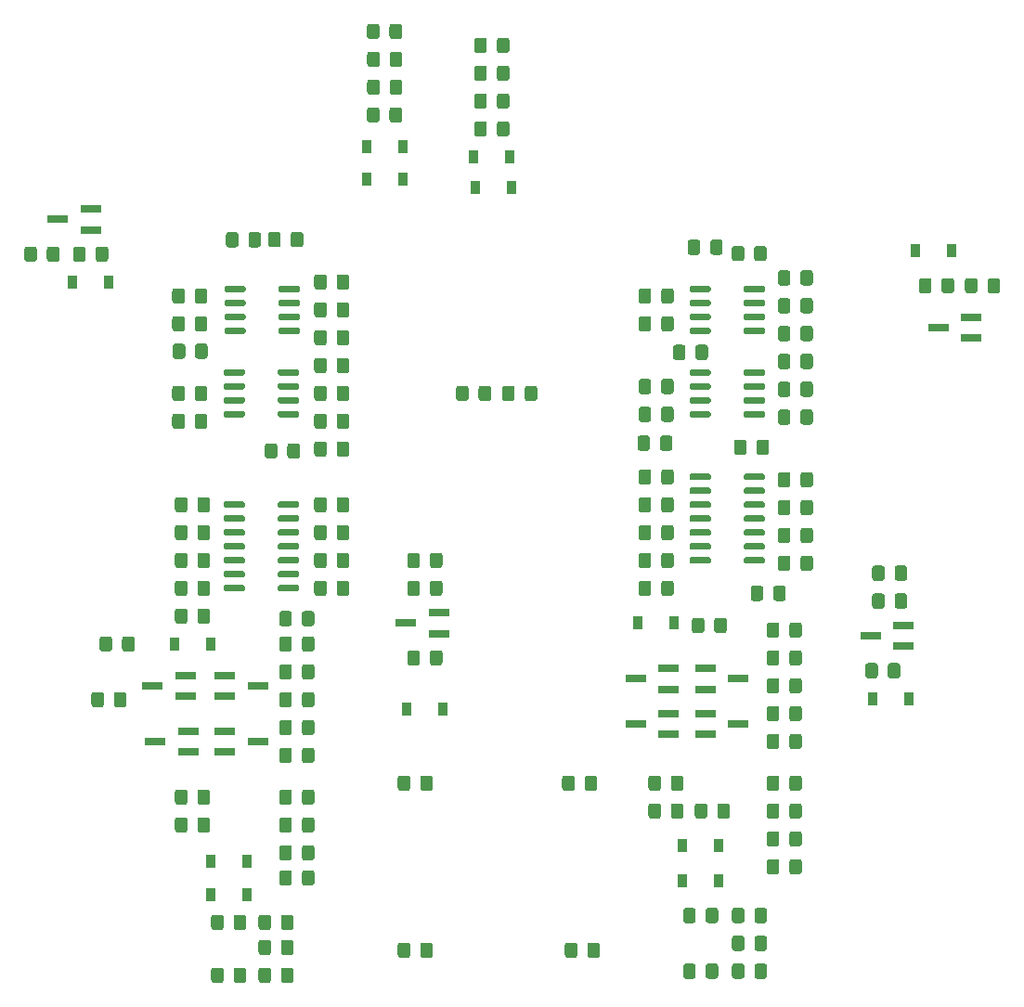
<source format=gbr>
G04 #@! TF.GenerationSoftware,KiCad,Pcbnew,5.1.6-c6e7f7d~86~ubuntu18.04.1*
G04 #@! TF.CreationDate,2020-06-20T10:00:21-04:00*
G04 #@! TF.ProjectId,slope_generators,736c6f70-655f-4676-956e-657261746f72,rev?*
G04 #@! TF.SameCoordinates,Original*
G04 #@! TF.FileFunction,Paste,Bot*
G04 #@! TF.FilePolarity,Positive*
%FSLAX46Y46*%
G04 Gerber Fmt 4.6, Leading zero omitted, Abs format (unit mm)*
G04 Created by KiCad (PCBNEW 5.1.6-c6e7f7d~86~ubuntu18.04.1) date 2020-06-20 10:00:21*
%MOMM*%
%LPD*%
G01*
G04 APERTURE LIST*
%ADD10R,1.900000X0.800000*%
%ADD11R,0.900000X1.200000*%
G04 APERTURE END LIST*
G36*
G01*
X173458000Y-106830000D02*
X173458000Y-106530000D01*
G75*
G02*
X173608000Y-106380000I150000J0D01*
G01*
X175258000Y-106380000D01*
G75*
G02*
X175408000Y-106530000I0J-150000D01*
G01*
X175408000Y-106830000D01*
G75*
G02*
X175258000Y-106980000I-150000J0D01*
G01*
X173608000Y-106980000D01*
G75*
G02*
X173458000Y-106830000I0J150000D01*
G01*
G37*
G36*
G01*
X173458000Y-105560000D02*
X173458000Y-105260000D01*
G75*
G02*
X173608000Y-105110000I150000J0D01*
G01*
X175258000Y-105110000D01*
G75*
G02*
X175408000Y-105260000I0J-150000D01*
G01*
X175408000Y-105560000D01*
G75*
G02*
X175258000Y-105710000I-150000J0D01*
G01*
X173608000Y-105710000D01*
G75*
G02*
X173458000Y-105560000I0J150000D01*
G01*
G37*
G36*
G01*
X173458000Y-104290000D02*
X173458000Y-103990000D01*
G75*
G02*
X173608000Y-103840000I150000J0D01*
G01*
X175258000Y-103840000D01*
G75*
G02*
X175408000Y-103990000I0J-150000D01*
G01*
X175408000Y-104290000D01*
G75*
G02*
X175258000Y-104440000I-150000J0D01*
G01*
X173608000Y-104440000D01*
G75*
G02*
X173458000Y-104290000I0J150000D01*
G01*
G37*
G36*
G01*
X173458000Y-103020000D02*
X173458000Y-102720000D01*
G75*
G02*
X173608000Y-102570000I150000J0D01*
G01*
X175258000Y-102570000D01*
G75*
G02*
X175408000Y-102720000I0J-150000D01*
G01*
X175408000Y-103020000D01*
G75*
G02*
X175258000Y-103170000I-150000J0D01*
G01*
X173608000Y-103170000D01*
G75*
G02*
X173458000Y-103020000I0J150000D01*
G01*
G37*
G36*
G01*
X173458000Y-101750000D02*
X173458000Y-101450000D01*
G75*
G02*
X173608000Y-101300000I150000J0D01*
G01*
X175258000Y-101300000D01*
G75*
G02*
X175408000Y-101450000I0J-150000D01*
G01*
X175408000Y-101750000D01*
G75*
G02*
X175258000Y-101900000I-150000J0D01*
G01*
X173608000Y-101900000D01*
G75*
G02*
X173458000Y-101750000I0J150000D01*
G01*
G37*
G36*
G01*
X173458000Y-100480000D02*
X173458000Y-100180000D01*
G75*
G02*
X173608000Y-100030000I150000J0D01*
G01*
X175258000Y-100030000D01*
G75*
G02*
X175408000Y-100180000I0J-150000D01*
G01*
X175408000Y-100480000D01*
G75*
G02*
X175258000Y-100630000I-150000J0D01*
G01*
X173608000Y-100630000D01*
G75*
G02*
X173458000Y-100480000I0J150000D01*
G01*
G37*
G36*
G01*
X173458000Y-99210000D02*
X173458000Y-98910000D01*
G75*
G02*
X173608000Y-98760000I150000J0D01*
G01*
X175258000Y-98760000D01*
G75*
G02*
X175408000Y-98910000I0J-150000D01*
G01*
X175408000Y-99210000D01*
G75*
G02*
X175258000Y-99360000I-150000J0D01*
G01*
X173608000Y-99360000D01*
G75*
G02*
X173458000Y-99210000I0J150000D01*
G01*
G37*
G36*
G01*
X168508000Y-99210000D02*
X168508000Y-98910000D01*
G75*
G02*
X168658000Y-98760000I150000J0D01*
G01*
X170308000Y-98760000D01*
G75*
G02*
X170458000Y-98910000I0J-150000D01*
G01*
X170458000Y-99210000D01*
G75*
G02*
X170308000Y-99360000I-150000J0D01*
G01*
X168658000Y-99360000D01*
G75*
G02*
X168508000Y-99210000I0J150000D01*
G01*
G37*
G36*
G01*
X168508000Y-100480000D02*
X168508000Y-100180000D01*
G75*
G02*
X168658000Y-100030000I150000J0D01*
G01*
X170308000Y-100030000D01*
G75*
G02*
X170458000Y-100180000I0J-150000D01*
G01*
X170458000Y-100480000D01*
G75*
G02*
X170308000Y-100630000I-150000J0D01*
G01*
X168658000Y-100630000D01*
G75*
G02*
X168508000Y-100480000I0J150000D01*
G01*
G37*
G36*
G01*
X168508000Y-101750000D02*
X168508000Y-101450000D01*
G75*
G02*
X168658000Y-101300000I150000J0D01*
G01*
X170308000Y-101300000D01*
G75*
G02*
X170458000Y-101450000I0J-150000D01*
G01*
X170458000Y-101750000D01*
G75*
G02*
X170308000Y-101900000I-150000J0D01*
G01*
X168658000Y-101900000D01*
G75*
G02*
X168508000Y-101750000I0J150000D01*
G01*
G37*
G36*
G01*
X168508000Y-103020000D02*
X168508000Y-102720000D01*
G75*
G02*
X168658000Y-102570000I150000J0D01*
G01*
X170308000Y-102570000D01*
G75*
G02*
X170458000Y-102720000I0J-150000D01*
G01*
X170458000Y-103020000D01*
G75*
G02*
X170308000Y-103170000I-150000J0D01*
G01*
X168658000Y-103170000D01*
G75*
G02*
X168508000Y-103020000I0J150000D01*
G01*
G37*
G36*
G01*
X168508000Y-104290000D02*
X168508000Y-103990000D01*
G75*
G02*
X168658000Y-103840000I150000J0D01*
G01*
X170308000Y-103840000D01*
G75*
G02*
X170458000Y-103990000I0J-150000D01*
G01*
X170458000Y-104290000D01*
G75*
G02*
X170308000Y-104440000I-150000J0D01*
G01*
X168658000Y-104440000D01*
G75*
G02*
X168508000Y-104290000I0J150000D01*
G01*
G37*
G36*
G01*
X168508000Y-105560000D02*
X168508000Y-105260000D01*
G75*
G02*
X168658000Y-105110000I150000J0D01*
G01*
X170308000Y-105110000D01*
G75*
G02*
X170458000Y-105260000I0J-150000D01*
G01*
X170458000Y-105560000D01*
G75*
G02*
X170308000Y-105710000I-150000J0D01*
G01*
X168658000Y-105710000D01*
G75*
G02*
X168508000Y-105560000I0J150000D01*
G01*
G37*
G36*
G01*
X168508000Y-106830000D02*
X168508000Y-106530000D01*
G75*
G02*
X168658000Y-106380000I150000J0D01*
G01*
X170308000Y-106380000D01*
G75*
G02*
X170458000Y-106530000I0J-150000D01*
G01*
X170458000Y-106830000D01*
G75*
G02*
X170308000Y-106980000I-150000J0D01*
G01*
X168658000Y-106980000D01*
G75*
G02*
X168508000Y-106830000I0J150000D01*
G01*
G37*
G36*
G01*
X173458000Y-93495000D02*
X173458000Y-93195000D01*
G75*
G02*
X173608000Y-93045000I150000J0D01*
G01*
X175258000Y-93045000D01*
G75*
G02*
X175408000Y-93195000I0J-150000D01*
G01*
X175408000Y-93495000D01*
G75*
G02*
X175258000Y-93645000I-150000J0D01*
G01*
X173608000Y-93645000D01*
G75*
G02*
X173458000Y-93495000I0J150000D01*
G01*
G37*
G36*
G01*
X173458000Y-92225000D02*
X173458000Y-91925000D01*
G75*
G02*
X173608000Y-91775000I150000J0D01*
G01*
X175258000Y-91775000D01*
G75*
G02*
X175408000Y-91925000I0J-150000D01*
G01*
X175408000Y-92225000D01*
G75*
G02*
X175258000Y-92375000I-150000J0D01*
G01*
X173608000Y-92375000D01*
G75*
G02*
X173458000Y-92225000I0J150000D01*
G01*
G37*
G36*
G01*
X173458000Y-90955000D02*
X173458000Y-90655000D01*
G75*
G02*
X173608000Y-90505000I150000J0D01*
G01*
X175258000Y-90505000D01*
G75*
G02*
X175408000Y-90655000I0J-150000D01*
G01*
X175408000Y-90955000D01*
G75*
G02*
X175258000Y-91105000I-150000J0D01*
G01*
X173608000Y-91105000D01*
G75*
G02*
X173458000Y-90955000I0J150000D01*
G01*
G37*
G36*
G01*
X173458000Y-89685000D02*
X173458000Y-89385000D01*
G75*
G02*
X173608000Y-89235000I150000J0D01*
G01*
X175258000Y-89235000D01*
G75*
G02*
X175408000Y-89385000I0J-150000D01*
G01*
X175408000Y-89685000D01*
G75*
G02*
X175258000Y-89835000I-150000J0D01*
G01*
X173608000Y-89835000D01*
G75*
G02*
X173458000Y-89685000I0J150000D01*
G01*
G37*
G36*
G01*
X168508000Y-89685000D02*
X168508000Y-89385000D01*
G75*
G02*
X168658000Y-89235000I150000J0D01*
G01*
X170308000Y-89235000D01*
G75*
G02*
X170458000Y-89385000I0J-150000D01*
G01*
X170458000Y-89685000D01*
G75*
G02*
X170308000Y-89835000I-150000J0D01*
G01*
X168658000Y-89835000D01*
G75*
G02*
X168508000Y-89685000I0J150000D01*
G01*
G37*
G36*
G01*
X168508000Y-90955000D02*
X168508000Y-90655000D01*
G75*
G02*
X168658000Y-90505000I150000J0D01*
G01*
X170308000Y-90505000D01*
G75*
G02*
X170458000Y-90655000I0J-150000D01*
G01*
X170458000Y-90955000D01*
G75*
G02*
X170308000Y-91105000I-150000J0D01*
G01*
X168658000Y-91105000D01*
G75*
G02*
X168508000Y-90955000I0J150000D01*
G01*
G37*
G36*
G01*
X168508000Y-92225000D02*
X168508000Y-91925000D01*
G75*
G02*
X168658000Y-91775000I150000J0D01*
G01*
X170308000Y-91775000D01*
G75*
G02*
X170458000Y-91925000I0J-150000D01*
G01*
X170458000Y-92225000D01*
G75*
G02*
X170308000Y-92375000I-150000J0D01*
G01*
X168658000Y-92375000D01*
G75*
G02*
X168508000Y-92225000I0J150000D01*
G01*
G37*
G36*
G01*
X168508000Y-93495000D02*
X168508000Y-93195000D01*
G75*
G02*
X168658000Y-93045000I150000J0D01*
G01*
X170308000Y-93045000D01*
G75*
G02*
X170458000Y-93195000I0J-150000D01*
G01*
X170458000Y-93495000D01*
G75*
G02*
X170308000Y-93645000I-150000J0D01*
G01*
X168658000Y-93645000D01*
G75*
G02*
X168508000Y-93495000I0J150000D01*
G01*
G37*
G36*
G01*
X173458000Y-85875000D02*
X173458000Y-85575000D01*
G75*
G02*
X173608000Y-85425000I150000J0D01*
G01*
X175258000Y-85425000D01*
G75*
G02*
X175408000Y-85575000I0J-150000D01*
G01*
X175408000Y-85875000D01*
G75*
G02*
X175258000Y-86025000I-150000J0D01*
G01*
X173608000Y-86025000D01*
G75*
G02*
X173458000Y-85875000I0J150000D01*
G01*
G37*
G36*
G01*
X173458000Y-84605000D02*
X173458000Y-84305000D01*
G75*
G02*
X173608000Y-84155000I150000J0D01*
G01*
X175258000Y-84155000D01*
G75*
G02*
X175408000Y-84305000I0J-150000D01*
G01*
X175408000Y-84605000D01*
G75*
G02*
X175258000Y-84755000I-150000J0D01*
G01*
X173608000Y-84755000D01*
G75*
G02*
X173458000Y-84605000I0J150000D01*
G01*
G37*
G36*
G01*
X173458000Y-83335000D02*
X173458000Y-83035000D01*
G75*
G02*
X173608000Y-82885000I150000J0D01*
G01*
X175258000Y-82885000D01*
G75*
G02*
X175408000Y-83035000I0J-150000D01*
G01*
X175408000Y-83335000D01*
G75*
G02*
X175258000Y-83485000I-150000J0D01*
G01*
X173608000Y-83485000D01*
G75*
G02*
X173458000Y-83335000I0J150000D01*
G01*
G37*
G36*
G01*
X173458000Y-82065000D02*
X173458000Y-81765000D01*
G75*
G02*
X173608000Y-81615000I150000J0D01*
G01*
X175258000Y-81615000D01*
G75*
G02*
X175408000Y-81765000I0J-150000D01*
G01*
X175408000Y-82065000D01*
G75*
G02*
X175258000Y-82215000I-150000J0D01*
G01*
X173608000Y-82215000D01*
G75*
G02*
X173458000Y-82065000I0J150000D01*
G01*
G37*
G36*
G01*
X168508000Y-82065000D02*
X168508000Y-81765000D01*
G75*
G02*
X168658000Y-81615000I150000J0D01*
G01*
X170308000Y-81615000D01*
G75*
G02*
X170458000Y-81765000I0J-150000D01*
G01*
X170458000Y-82065000D01*
G75*
G02*
X170308000Y-82215000I-150000J0D01*
G01*
X168658000Y-82215000D01*
G75*
G02*
X168508000Y-82065000I0J150000D01*
G01*
G37*
G36*
G01*
X168508000Y-83335000D02*
X168508000Y-83035000D01*
G75*
G02*
X168658000Y-82885000I150000J0D01*
G01*
X170308000Y-82885000D01*
G75*
G02*
X170458000Y-83035000I0J-150000D01*
G01*
X170458000Y-83335000D01*
G75*
G02*
X170308000Y-83485000I-150000J0D01*
G01*
X168658000Y-83485000D01*
G75*
G02*
X168508000Y-83335000I0J150000D01*
G01*
G37*
G36*
G01*
X168508000Y-84605000D02*
X168508000Y-84305000D01*
G75*
G02*
X168658000Y-84155000I150000J0D01*
G01*
X170308000Y-84155000D01*
G75*
G02*
X170458000Y-84305000I0J-150000D01*
G01*
X170458000Y-84605000D01*
G75*
G02*
X170308000Y-84755000I-150000J0D01*
G01*
X168658000Y-84755000D01*
G75*
G02*
X168508000Y-84605000I0J150000D01*
G01*
G37*
G36*
G01*
X168508000Y-85875000D02*
X168508000Y-85575000D01*
G75*
G02*
X168658000Y-85425000I150000J0D01*
G01*
X170308000Y-85425000D01*
G75*
G02*
X170458000Y-85575000I0J-150000D01*
G01*
X170458000Y-85875000D01*
G75*
G02*
X170308000Y-86025000I-150000J0D01*
G01*
X168658000Y-86025000D01*
G75*
G02*
X168508000Y-85875000I0J150000D01*
G01*
G37*
G36*
G01*
X130975000Y-109370000D02*
X130975000Y-109070000D01*
G75*
G02*
X131125000Y-108920000I150000J0D01*
G01*
X132775000Y-108920000D01*
G75*
G02*
X132925000Y-109070000I0J-150000D01*
G01*
X132925000Y-109370000D01*
G75*
G02*
X132775000Y-109520000I-150000J0D01*
G01*
X131125000Y-109520000D01*
G75*
G02*
X130975000Y-109370000I0J150000D01*
G01*
G37*
G36*
G01*
X130975000Y-108100000D02*
X130975000Y-107800000D01*
G75*
G02*
X131125000Y-107650000I150000J0D01*
G01*
X132775000Y-107650000D01*
G75*
G02*
X132925000Y-107800000I0J-150000D01*
G01*
X132925000Y-108100000D01*
G75*
G02*
X132775000Y-108250000I-150000J0D01*
G01*
X131125000Y-108250000D01*
G75*
G02*
X130975000Y-108100000I0J150000D01*
G01*
G37*
G36*
G01*
X130975000Y-106830000D02*
X130975000Y-106530000D01*
G75*
G02*
X131125000Y-106380000I150000J0D01*
G01*
X132775000Y-106380000D01*
G75*
G02*
X132925000Y-106530000I0J-150000D01*
G01*
X132925000Y-106830000D01*
G75*
G02*
X132775000Y-106980000I-150000J0D01*
G01*
X131125000Y-106980000D01*
G75*
G02*
X130975000Y-106830000I0J150000D01*
G01*
G37*
G36*
G01*
X130975000Y-105560000D02*
X130975000Y-105260000D01*
G75*
G02*
X131125000Y-105110000I150000J0D01*
G01*
X132775000Y-105110000D01*
G75*
G02*
X132925000Y-105260000I0J-150000D01*
G01*
X132925000Y-105560000D01*
G75*
G02*
X132775000Y-105710000I-150000J0D01*
G01*
X131125000Y-105710000D01*
G75*
G02*
X130975000Y-105560000I0J150000D01*
G01*
G37*
G36*
G01*
X130975000Y-104290000D02*
X130975000Y-103990000D01*
G75*
G02*
X131125000Y-103840000I150000J0D01*
G01*
X132775000Y-103840000D01*
G75*
G02*
X132925000Y-103990000I0J-150000D01*
G01*
X132925000Y-104290000D01*
G75*
G02*
X132775000Y-104440000I-150000J0D01*
G01*
X131125000Y-104440000D01*
G75*
G02*
X130975000Y-104290000I0J150000D01*
G01*
G37*
G36*
G01*
X130975000Y-103020000D02*
X130975000Y-102720000D01*
G75*
G02*
X131125000Y-102570000I150000J0D01*
G01*
X132775000Y-102570000D01*
G75*
G02*
X132925000Y-102720000I0J-150000D01*
G01*
X132925000Y-103020000D01*
G75*
G02*
X132775000Y-103170000I-150000J0D01*
G01*
X131125000Y-103170000D01*
G75*
G02*
X130975000Y-103020000I0J150000D01*
G01*
G37*
G36*
G01*
X130975000Y-101750000D02*
X130975000Y-101450000D01*
G75*
G02*
X131125000Y-101300000I150000J0D01*
G01*
X132775000Y-101300000D01*
G75*
G02*
X132925000Y-101450000I0J-150000D01*
G01*
X132925000Y-101750000D01*
G75*
G02*
X132775000Y-101900000I-150000J0D01*
G01*
X131125000Y-101900000D01*
G75*
G02*
X130975000Y-101750000I0J150000D01*
G01*
G37*
G36*
G01*
X126025000Y-101750000D02*
X126025000Y-101450000D01*
G75*
G02*
X126175000Y-101300000I150000J0D01*
G01*
X127825000Y-101300000D01*
G75*
G02*
X127975000Y-101450000I0J-150000D01*
G01*
X127975000Y-101750000D01*
G75*
G02*
X127825000Y-101900000I-150000J0D01*
G01*
X126175000Y-101900000D01*
G75*
G02*
X126025000Y-101750000I0J150000D01*
G01*
G37*
G36*
G01*
X126025000Y-103020000D02*
X126025000Y-102720000D01*
G75*
G02*
X126175000Y-102570000I150000J0D01*
G01*
X127825000Y-102570000D01*
G75*
G02*
X127975000Y-102720000I0J-150000D01*
G01*
X127975000Y-103020000D01*
G75*
G02*
X127825000Y-103170000I-150000J0D01*
G01*
X126175000Y-103170000D01*
G75*
G02*
X126025000Y-103020000I0J150000D01*
G01*
G37*
G36*
G01*
X126025000Y-104290000D02*
X126025000Y-103990000D01*
G75*
G02*
X126175000Y-103840000I150000J0D01*
G01*
X127825000Y-103840000D01*
G75*
G02*
X127975000Y-103990000I0J-150000D01*
G01*
X127975000Y-104290000D01*
G75*
G02*
X127825000Y-104440000I-150000J0D01*
G01*
X126175000Y-104440000D01*
G75*
G02*
X126025000Y-104290000I0J150000D01*
G01*
G37*
G36*
G01*
X126025000Y-105560000D02*
X126025000Y-105260000D01*
G75*
G02*
X126175000Y-105110000I150000J0D01*
G01*
X127825000Y-105110000D01*
G75*
G02*
X127975000Y-105260000I0J-150000D01*
G01*
X127975000Y-105560000D01*
G75*
G02*
X127825000Y-105710000I-150000J0D01*
G01*
X126175000Y-105710000D01*
G75*
G02*
X126025000Y-105560000I0J150000D01*
G01*
G37*
G36*
G01*
X126025000Y-106830000D02*
X126025000Y-106530000D01*
G75*
G02*
X126175000Y-106380000I150000J0D01*
G01*
X127825000Y-106380000D01*
G75*
G02*
X127975000Y-106530000I0J-150000D01*
G01*
X127975000Y-106830000D01*
G75*
G02*
X127825000Y-106980000I-150000J0D01*
G01*
X126175000Y-106980000D01*
G75*
G02*
X126025000Y-106830000I0J150000D01*
G01*
G37*
G36*
G01*
X126025000Y-108100000D02*
X126025000Y-107800000D01*
G75*
G02*
X126175000Y-107650000I150000J0D01*
G01*
X127825000Y-107650000D01*
G75*
G02*
X127975000Y-107800000I0J-150000D01*
G01*
X127975000Y-108100000D01*
G75*
G02*
X127825000Y-108250000I-150000J0D01*
G01*
X126175000Y-108250000D01*
G75*
G02*
X126025000Y-108100000I0J150000D01*
G01*
G37*
G36*
G01*
X126025000Y-109370000D02*
X126025000Y-109070000D01*
G75*
G02*
X126175000Y-108920000I150000J0D01*
G01*
X127825000Y-108920000D01*
G75*
G02*
X127975000Y-109070000I0J-150000D01*
G01*
X127975000Y-109370000D01*
G75*
G02*
X127825000Y-109520000I-150000J0D01*
G01*
X126175000Y-109520000D01*
G75*
G02*
X126025000Y-109370000I0J150000D01*
G01*
G37*
G36*
G01*
X130975000Y-93495000D02*
X130975000Y-93195000D01*
G75*
G02*
X131125000Y-93045000I150000J0D01*
G01*
X132775000Y-93045000D01*
G75*
G02*
X132925000Y-93195000I0J-150000D01*
G01*
X132925000Y-93495000D01*
G75*
G02*
X132775000Y-93645000I-150000J0D01*
G01*
X131125000Y-93645000D01*
G75*
G02*
X130975000Y-93495000I0J150000D01*
G01*
G37*
G36*
G01*
X130975000Y-92225000D02*
X130975000Y-91925000D01*
G75*
G02*
X131125000Y-91775000I150000J0D01*
G01*
X132775000Y-91775000D01*
G75*
G02*
X132925000Y-91925000I0J-150000D01*
G01*
X132925000Y-92225000D01*
G75*
G02*
X132775000Y-92375000I-150000J0D01*
G01*
X131125000Y-92375000D01*
G75*
G02*
X130975000Y-92225000I0J150000D01*
G01*
G37*
G36*
G01*
X130975000Y-90955000D02*
X130975000Y-90655000D01*
G75*
G02*
X131125000Y-90505000I150000J0D01*
G01*
X132775000Y-90505000D01*
G75*
G02*
X132925000Y-90655000I0J-150000D01*
G01*
X132925000Y-90955000D01*
G75*
G02*
X132775000Y-91105000I-150000J0D01*
G01*
X131125000Y-91105000D01*
G75*
G02*
X130975000Y-90955000I0J150000D01*
G01*
G37*
G36*
G01*
X130975000Y-89685000D02*
X130975000Y-89385000D01*
G75*
G02*
X131125000Y-89235000I150000J0D01*
G01*
X132775000Y-89235000D01*
G75*
G02*
X132925000Y-89385000I0J-150000D01*
G01*
X132925000Y-89685000D01*
G75*
G02*
X132775000Y-89835000I-150000J0D01*
G01*
X131125000Y-89835000D01*
G75*
G02*
X130975000Y-89685000I0J150000D01*
G01*
G37*
G36*
G01*
X126025000Y-89685000D02*
X126025000Y-89385000D01*
G75*
G02*
X126175000Y-89235000I150000J0D01*
G01*
X127825000Y-89235000D01*
G75*
G02*
X127975000Y-89385000I0J-150000D01*
G01*
X127975000Y-89685000D01*
G75*
G02*
X127825000Y-89835000I-150000J0D01*
G01*
X126175000Y-89835000D01*
G75*
G02*
X126025000Y-89685000I0J150000D01*
G01*
G37*
G36*
G01*
X126025000Y-90955000D02*
X126025000Y-90655000D01*
G75*
G02*
X126175000Y-90505000I150000J0D01*
G01*
X127825000Y-90505000D01*
G75*
G02*
X127975000Y-90655000I0J-150000D01*
G01*
X127975000Y-90955000D01*
G75*
G02*
X127825000Y-91105000I-150000J0D01*
G01*
X126175000Y-91105000D01*
G75*
G02*
X126025000Y-90955000I0J150000D01*
G01*
G37*
G36*
G01*
X126025000Y-92225000D02*
X126025000Y-91925000D01*
G75*
G02*
X126175000Y-91775000I150000J0D01*
G01*
X127825000Y-91775000D01*
G75*
G02*
X127975000Y-91925000I0J-150000D01*
G01*
X127975000Y-92225000D01*
G75*
G02*
X127825000Y-92375000I-150000J0D01*
G01*
X126175000Y-92375000D01*
G75*
G02*
X126025000Y-92225000I0J150000D01*
G01*
G37*
G36*
G01*
X126025000Y-93495000D02*
X126025000Y-93195000D01*
G75*
G02*
X126175000Y-93045000I150000J0D01*
G01*
X127825000Y-93045000D01*
G75*
G02*
X127975000Y-93195000I0J-150000D01*
G01*
X127975000Y-93495000D01*
G75*
G02*
X127825000Y-93645000I-150000J0D01*
G01*
X126175000Y-93645000D01*
G75*
G02*
X126025000Y-93495000I0J150000D01*
G01*
G37*
G36*
G01*
X131040000Y-85875000D02*
X131040000Y-85575000D01*
G75*
G02*
X131190000Y-85425000I150000J0D01*
G01*
X132840000Y-85425000D01*
G75*
G02*
X132990000Y-85575000I0J-150000D01*
G01*
X132990000Y-85875000D01*
G75*
G02*
X132840000Y-86025000I-150000J0D01*
G01*
X131190000Y-86025000D01*
G75*
G02*
X131040000Y-85875000I0J150000D01*
G01*
G37*
G36*
G01*
X131040000Y-84605000D02*
X131040000Y-84305000D01*
G75*
G02*
X131190000Y-84155000I150000J0D01*
G01*
X132840000Y-84155000D01*
G75*
G02*
X132990000Y-84305000I0J-150000D01*
G01*
X132990000Y-84605000D01*
G75*
G02*
X132840000Y-84755000I-150000J0D01*
G01*
X131190000Y-84755000D01*
G75*
G02*
X131040000Y-84605000I0J150000D01*
G01*
G37*
G36*
G01*
X131040000Y-83335000D02*
X131040000Y-83035000D01*
G75*
G02*
X131190000Y-82885000I150000J0D01*
G01*
X132840000Y-82885000D01*
G75*
G02*
X132990000Y-83035000I0J-150000D01*
G01*
X132990000Y-83335000D01*
G75*
G02*
X132840000Y-83485000I-150000J0D01*
G01*
X131190000Y-83485000D01*
G75*
G02*
X131040000Y-83335000I0J150000D01*
G01*
G37*
G36*
G01*
X131040000Y-82065000D02*
X131040000Y-81765000D01*
G75*
G02*
X131190000Y-81615000I150000J0D01*
G01*
X132840000Y-81615000D01*
G75*
G02*
X132990000Y-81765000I0J-150000D01*
G01*
X132990000Y-82065000D01*
G75*
G02*
X132840000Y-82215000I-150000J0D01*
G01*
X131190000Y-82215000D01*
G75*
G02*
X131040000Y-82065000I0J150000D01*
G01*
G37*
G36*
G01*
X126090000Y-82065000D02*
X126090000Y-81765000D01*
G75*
G02*
X126240000Y-81615000I150000J0D01*
G01*
X127890000Y-81615000D01*
G75*
G02*
X128040000Y-81765000I0J-150000D01*
G01*
X128040000Y-82065000D01*
G75*
G02*
X127890000Y-82215000I-150000J0D01*
G01*
X126240000Y-82215000D01*
G75*
G02*
X126090000Y-82065000I0J150000D01*
G01*
G37*
G36*
G01*
X126090000Y-83335000D02*
X126090000Y-83035000D01*
G75*
G02*
X126240000Y-82885000I150000J0D01*
G01*
X127890000Y-82885000D01*
G75*
G02*
X128040000Y-83035000I0J-150000D01*
G01*
X128040000Y-83335000D01*
G75*
G02*
X127890000Y-83485000I-150000J0D01*
G01*
X126240000Y-83485000D01*
G75*
G02*
X126090000Y-83335000I0J150000D01*
G01*
G37*
G36*
G01*
X126090000Y-84605000D02*
X126090000Y-84305000D01*
G75*
G02*
X126240000Y-84155000I150000J0D01*
G01*
X127890000Y-84155000D01*
G75*
G02*
X128040000Y-84305000I0J-150000D01*
G01*
X128040000Y-84605000D01*
G75*
G02*
X127890000Y-84755000I-150000J0D01*
G01*
X126240000Y-84755000D01*
G75*
G02*
X126090000Y-84605000I0J150000D01*
G01*
G37*
G36*
G01*
X126090000Y-85875000D02*
X126090000Y-85575000D01*
G75*
G02*
X126240000Y-85425000I150000J0D01*
G01*
X127890000Y-85425000D01*
G75*
G02*
X128040000Y-85575000I0J-150000D01*
G01*
X128040000Y-85875000D01*
G75*
G02*
X127890000Y-86025000I-150000J0D01*
G01*
X126240000Y-86025000D01*
G75*
G02*
X126090000Y-85875000I0J150000D01*
G01*
G37*
G36*
G01*
X195699800Y-82060201D02*
X195699800Y-81160199D01*
G75*
G02*
X195949799Y-80910200I249999J0D01*
G01*
X196599801Y-80910200D01*
G75*
G02*
X196849800Y-81160199I0J-249999D01*
G01*
X196849800Y-82060201D01*
G75*
G02*
X196599801Y-82310200I-249999J0D01*
G01*
X195949799Y-82310200D01*
G75*
G02*
X195699800Y-82060201I0J249999D01*
G01*
G37*
G36*
G01*
X193649800Y-82060201D02*
X193649800Y-81160199D01*
G75*
G02*
X193899799Y-80910200I249999J0D01*
G01*
X194549801Y-80910200D01*
G75*
G02*
X194799800Y-81160199I0J-249999D01*
G01*
X194799800Y-82060201D01*
G75*
G02*
X194549801Y-82310200I-249999J0D01*
G01*
X193899799Y-82310200D01*
G75*
G02*
X193649800Y-82060201I0J249999D01*
G01*
G37*
G36*
G01*
X190599800Y-81160199D02*
X190599800Y-82060201D01*
G75*
G02*
X190349801Y-82310200I-249999J0D01*
G01*
X189699799Y-82310200D01*
G75*
G02*
X189449800Y-82060201I0J249999D01*
G01*
X189449800Y-81160199D01*
G75*
G02*
X189699799Y-80910200I249999J0D01*
G01*
X190349801Y-80910200D01*
G75*
G02*
X190599800Y-81160199I0J-249999D01*
G01*
G37*
G36*
G01*
X192649800Y-81160199D02*
X192649800Y-82060201D01*
G75*
G02*
X192399801Y-82310200I-249999J0D01*
G01*
X191749799Y-82310200D01*
G75*
G02*
X191499800Y-82060201I0J249999D01*
G01*
X191499800Y-81160199D01*
G75*
G02*
X191749799Y-80910200I249999J0D01*
G01*
X192399801Y-80910200D01*
G75*
G02*
X192649800Y-81160199I0J-249999D01*
G01*
G37*
G36*
G01*
X165931000Y-93795001D02*
X165931000Y-92894999D01*
G75*
G02*
X166180999Y-92645000I249999J0D01*
G01*
X166831001Y-92645000D01*
G75*
G02*
X167081000Y-92894999I0J-249999D01*
G01*
X167081000Y-93795001D01*
G75*
G02*
X166831001Y-94045000I-249999J0D01*
G01*
X166180999Y-94045000D01*
G75*
G02*
X165931000Y-93795001I0J249999D01*
G01*
G37*
G36*
G01*
X163881000Y-93795001D02*
X163881000Y-92894999D01*
G75*
G02*
X164130999Y-92645000I249999J0D01*
G01*
X164781001Y-92645000D01*
G75*
G02*
X165031000Y-92894999I0J-249999D01*
G01*
X165031000Y-93795001D01*
G75*
G02*
X164781001Y-94045000I-249999J0D01*
G01*
X164130999Y-94045000D01*
G75*
G02*
X163881000Y-93795001I0J249999D01*
G01*
G37*
G36*
G01*
X170155560Y-129084919D02*
X170155560Y-129984921D01*
G75*
G02*
X169905561Y-130234920I-249999J0D01*
G01*
X169255559Y-130234920D01*
G75*
G02*
X169005560Y-129984921I0J249999D01*
G01*
X169005560Y-129084919D01*
G75*
G02*
X169255559Y-128834920I249999J0D01*
G01*
X169905561Y-128834920D01*
G75*
G02*
X170155560Y-129084919I0J-249999D01*
G01*
G37*
G36*
G01*
X172205560Y-129084919D02*
X172205560Y-129984921D01*
G75*
G02*
X171955561Y-130234920I-249999J0D01*
G01*
X171305559Y-130234920D01*
G75*
G02*
X171055560Y-129984921I0J249999D01*
G01*
X171055560Y-129084919D01*
G75*
G02*
X171305559Y-128834920I249999J0D01*
G01*
X171955561Y-128834920D01*
G75*
G02*
X172205560Y-129084919I0J-249999D01*
G01*
G37*
G36*
G01*
X165031000Y-108769999D02*
X165031000Y-109670001D01*
G75*
G02*
X164781001Y-109920000I-249999J0D01*
G01*
X164130999Y-109920000D01*
G75*
G02*
X163881000Y-109670001I0J249999D01*
G01*
X163881000Y-108769999D01*
G75*
G02*
X164130999Y-108520000I249999J0D01*
G01*
X164781001Y-108520000D01*
G75*
G02*
X165031000Y-108769999I0J-249999D01*
G01*
G37*
G36*
G01*
X167081000Y-108769999D02*
X167081000Y-109670001D01*
G75*
G02*
X166831001Y-109920000I-249999J0D01*
G01*
X166180999Y-109920000D01*
G75*
G02*
X165931000Y-109670001I0J249999D01*
G01*
X165931000Y-108769999D01*
G75*
G02*
X166180999Y-108520000I249999J0D01*
G01*
X166831001Y-108520000D01*
G75*
G02*
X167081000Y-108769999I0J-249999D01*
G01*
G37*
G36*
G01*
X165931000Y-107130001D02*
X165931000Y-106229999D01*
G75*
G02*
X166180999Y-105980000I249999J0D01*
G01*
X166831001Y-105980000D01*
G75*
G02*
X167081000Y-106229999I0J-249999D01*
G01*
X167081000Y-107130001D01*
G75*
G02*
X166831001Y-107380000I-249999J0D01*
G01*
X166180999Y-107380000D01*
G75*
G02*
X165931000Y-107130001I0J249999D01*
G01*
G37*
G36*
G01*
X163881000Y-107130001D02*
X163881000Y-106229999D01*
G75*
G02*
X164130999Y-105980000I249999J0D01*
G01*
X164781001Y-105980000D01*
G75*
G02*
X165031000Y-106229999I0J-249999D01*
G01*
X165031000Y-107130001D01*
G75*
G02*
X164781001Y-107380000I-249999J0D01*
G01*
X164130999Y-107380000D01*
G75*
G02*
X163881000Y-107130001I0J249999D01*
G01*
G37*
G36*
G01*
X165031000Y-103689999D02*
X165031000Y-104590001D01*
G75*
G02*
X164781001Y-104840000I-249999J0D01*
G01*
X164130999Y-104840000D01*
G75*
G02*
X163881000Y-104590001I0J249999D01*
G01*
X163881000Y-103689999D01*
G75*
G02*
X164130999Y-103440000I249999J0D01*
G01*
X164781001Y-103440000D01*
G75*
G02*
X165031000Y-103689999I0J-249999D01*
G01*
G37*
G36*
G01*
X167081000Y-103689999D02*
X167081000Y-104590001D01*
G75*
G02*
X166831001Y-104840000I-249999J0D01*
G01*
X166180999Y-104840000D01*
G75*
G02*
X165931000Y-104590001I0J249999D01*
G01*
X165931000Y-103689999D01*
G75*
G02*
X166180999Y-103440000I249999J0D01*
G01*
X166831001Y-103440000D01*
G75*
G02*
X167081000Y-103689999I0J-249999D01*
G01*
G37*
G36*
G01*
X165031000Y-98609999D02*
X165031000Y-99510001D01*
G75*
G02*
X164781001Y-99760000I-249999J0D01*
G01*
X164130999Y-99760000D01*
G75*
G02*
X163881000Y-99510001I0J249999D01*
G01*
X163881000Y-98609999D01*
G75*
G02*
X164130999Y-98360000I249999J0D01*
G01*
X164781001Y-98360000D01*
G75*
G02*
X165031000Y-98609999I0J-249999D01*
G01*
G37*
G36*
G01*
X167081000Y-98609999D02*
X167081000Y-99510001D01*
G75*
G02*
X166831001Y-99760000I-249999J0D01*
G01*
X166180999Y-99760000D01*
G75*
G02*
X165931000Y-99510001I0J249999D01*
G01*
X165931000Y-98609999D01*
G75*
G02*
X166180999Y-98360000I249999J0D01*
G01*
X166831001Y-98360000D01*
G75*
G02*
X167081000Y-98609999I0J-249999D01*
G01*
G37*
G36*
G01*
X165031000Y-101149999D02*
X165031000Y-102050001D01*
G75*
G02*
X164781001Y-102300000I-249999J0D01*
G01*
X164130999Y-102300000D01*
G75*
G02*
X163881000Y-102050001I0J249999D01*
G01*
X163881000Y-101149999D01*
G75*
G02*
X164130999Y-100900000I249999J0D01*
G01*
X164781001Y-100900000D01*
G75*
G02*
X165031000Y-101149999I0J-249999D01*
G01*
G37*
G36*
G01*
X167081000Y-101149999D02*
X167081000Y-102050001D01*
G75*
G02*
X166831001Y-102300000I-249999J0D01*
G01*
X166180999Y-102300000D01*
G75*
G02*
X165931000Y-102050001I0J249999D01*
G01*
X165931000Y-101149999D01*
G75*
G02*
X166180999Y-100900000I249999J0D01*
G01*
X166831001Y-100900000D01*
G75*
G02*
X167081000Y-101149999I0J-249999D01*
G01*
G37*
G36*
G01*
X170781240Y-113058361D02*
X170781240Y-112158359D01*
G75*
G02*
X171031239Y-111908360I249999J0D01*
G01*
X171681241Y-111908360D01*
G75*
G02*
X171931240Y-112158359I0J-249999D01*
G01*
X171931240Y-113058361D01*
G75*
G02*
X171681241Y-113308360I-249999J0D01*
G01*
X171031239Y-113308360D01*
G75*
G02*
X170781240Y-113058361I0J249999D01*
G01*
G37*
G36*
G01*
X168731240Y-113058361D02*
X168731240Y-112158359D01*
G75*
G02*
X168981239Y-111908360I249999J0D01*
G01*
X169631241Y-111908360D01*
G75*
G02*
X169881240Y-112158359I0J-249999D01*
G01*
X169881240Y-113058361D01*
G75*
G02*
X169631241Y-113308360I-249999J0D01*
G01*
X168981239Y-113308360D01*
G75*
G02*
X168731240Y-113058361I0J249999D01*
G01*
G37*
G36*
G01*
X178631000Y-94049001D02*
X178631000Y-93148999D01*
G75*
G02*
X178880999Y-92899000I249999J0D01*
G01*
X179531001Y-92899000D01*
G75*
G02*
X179781000Y-93148999I0J-249999D01*
G01*
X179781000Y-94049001D01*
G75*
G02*
X179531001Y-94299000I-249999J0D01*
G01*
X178880999Y-94299000D01*
G75*
G02*
X178631000Y-94049001I0J249999D01*
G01*
G37*
G36*
G01*
X176581000Y-94049001D02*
X176581000Y-93148999D01*
G75*
G02*
X176830999Y-92899000I249999J0D01*
G01*
X177481001Y-92899000D01*
G75*
G02*
X177731000Y-93148999I0J-249999D01*
G01*
X177731000Y-94049001D01*
G75*
G02*
X177481001Y-94299000I-249999J0D01*
G01*
X176830999Y-94299000D01*
G75*
G02*
X176581000Y-94049001I0J249999D01*
G01*
G37*
G36*
G01*
X164920400Y-95536599D02*
X164920400Y-96436601D01*
G75*
G02*
X164670401Y-96686600I-249999J0D01*
G01*
X164020399Y-96686600D01*
G75*
G02*
X163770400Y-96436601I0J249999D01*
G01*
X163770400Y-95536599D01*
G75*
G02*
X164020399Y-95286600I249999J0D01*
G01*
X164670401Y-95286600D01*
G75*
G02*
X164920400Y-95536599I0J-249999D01*
G01*
G37*
G36*
G01*
X166970400Y-95536599D02*
X166970400Y-96436601D01*
G75*
G02*
X166720401Y-96686600I-249999J0D01*
G01*
X166070399Y-96686600D01*
G75*
G02*
X165820400Y-96436601I0J249999D01*
G01*
X165820400Y-95536599D01*
G75*
G02*
X166070399Y-95286600I249999J0D01*
G01*
X166720401Y-95286600D01*
G75*
G02*
X166970400Y-95536599I0J-249999D01*
G01*
G37*
G36*
G01*
X165920000Y-126549999D02*
X165920000Y-127450001D01*
G75*
G02*
X165670001Y-127700000I-249999J0D01*
G01*
X165019999Y-127700000D01*
G75*
G02*
X164770000Y-127450001I0J249999D01*
G01*
X164770000Y-126549999D01*
G75*
G02*
X165019999Y-126300000I249999J0D01*
G01*
X165670001Y-126300000D01*
G75*
G02*
X165920000Y-126549999I0J-249999D01*
G01*
G37*
G36*
G01*
X167970000Y-126549999D02*
X167970000Y-127450001D01*
G75*
G02*
X167720001Y-127700000I-249999J0D01*
G01*
X167069999Y-127700000D01*
G75*
G02*
X166820000Y-127450001I0J249999D01*
G01*
X166820000Y-126549999D01*
G75*
G02*
X167069999Y-126300000I249999J0D01*
G01*
X167720001Y-126300000D01*
G75*
G02*
X167970000Y-126549999I0J-249999D01*
G01*
G37*
G36*
G01*
X177615000Y-127450001D02*
X177615000Y-126549999D01*
G75*
G02*
X177864999Y-126300000I249999J0D01*
G01*
X178515001Y-126300000D01*
G75*
G02*
X178765000Y-126549999I0J-249999D01*
G01*
X178765000Y-127450001D01*
G75*
G02*
X178515001Y-127700000I-249999J0D01*
G01*
X177864999Y-127700000D01*
G75*
G02*
X177615000Y-127450001I0J249999D01*
G01*
G37*
G36*
G01*
X175565000Y-127450001D02*
X175565000Y-126549999D01*
G75*
G02*
X175814999Y-126300000I249999J0D01*
G01*
X176465001Y-126300000D01*
G75*
G02*
X176715000Y-126549999I0J-249999D01*
G01*
X176715000Y-127450001D01*
G75*
G02*
X176465001Y-127700000I-249999J0D01*
G01*
X175814999Y-127700000D01*
G75*
G02*
X175565000Y-127450001I0J249999D01*
G01*
G37*
G36*
G01*
X177615000Y-113480001D02*
X177615000Y-112579999D01*
G75*
G02*
X177864999Y-112330000I249999J0D01*
G01*
X178515001Y-112330000D01*
G75*
G02*
X178765000Y-112579999I0J-249999D01*
G01*
X178765000Y-113480001D01*
G75*
G02*
X178515001Y-113730000I-249999J0D01*
G01*
X177864999Y-113730000D01*
G75*
G02*
X177615000Y-113480001I0J249999D01*
G01*
G37*
G36*
G01*
X175565000Y-113480001D02*
X175565000Y-112579999D01*
G75*
G02*
X175814999Y-112330000I249999J0D01*
G01*
X176465001Y-112330000D01*
G75*
G02*
X176715000Y-112579999I0J-249999D01*
G01*
X176715000Y-113480001D01*
G75*
G02*
X176465001Y-113730000I-249999J0D01*
G01*
X175814999Y-113730000D01*
G75*
G02*
X175565000Y-113480001I0J249999D01*
G01*
G37*
G36*
G01*
X178631000Y-88969001D02*
X178631000Y-88068999D01*
G75*
G02*
X178880999Y-87819000I249999J0D01*
G01*
X179531001Y-87819000D01*
G75*
G02*
X179781000Y-88068999I0J-249999D01*
G01*
X179781000Y-88969001D01*
G75*
G02*
X179531001Y-89219000I-249999J0D01*
G01*
X178880999Y-89219000D01*
G75*
G02*
X178631000Y-88969001I0J249999D01*
G01*
G37*
G36*
G01*
X176581000Y-88969001D02*
X176581000Y-88068999D01*
G75*
G02*
X176830999Y-87819000I249999J0D01*
G01*
X177481001Y-87819000D01*
G75*
G02*
X177731000Y-88068999I0J-249999D01*
G01*
X177731000Y-88969001D01*
G75*
G02*
X177481001Y-89219000I-249999J0D01*
G01*
X176830999Y-89219000D01*
G75*
G02*
X176581000Y-88969001I0J249999D01*
G01*
G37*
G36*
G01*
X165920000Y-129089999D02*
X165920000Y-129990001D01*
G75*
G02*
X165670001Y-130240000I-249999J0D01*
G01*
X165019999Y-130240000D01*
G75*
G02*
X164770000Y-129990001I0J249999D01*
G01*
X164770000Y-129089999D01*
G75*
G02*
X165019999Y-128840000I249999J0D01*
G01*
X165670001Y-128840000D01*
G75*
G02*
X165920000Y-129089999I0J-249999D01*
G01*
G37*
G36*
G01*
X167970000Y-129089999D02*
X167970000Y-129990001D01*
G75*
G02*
X167720001Y-130240000I-249999J0D01*
G01*
X167069999Y-130240000D01*
G75*
G02*
X166820000Y-129990001I0J249999D01*
G01*
X166820000Y-129089999D01*
G75*
G02*
X167069999Y-128840000I249999J0D01*
G01*
X167720001Y-128840000D01*
G75*
G02*
X167970000Y-129089999I0J-249999D01*
G01*
G37*
G36*
G01*
X169995000Y-144595001D02*
X169995000Y-143694999D01*
G75*
G02*
X170244999Y-143445000I249999J0D01*
G01*
X170895001Y-143445000D01*
G75*
G02*
X171145000Y-143694999I0J-249999D01*
G01*
X171145000Y-144595001D01*
G75*
G02*
X170895001Y-144845000I-249999J0D01*
G01*
X170244999Y-144845000D01*
G75*
G02*
X169995000Y-144595001I0J249999D01*
G01*
G37*
G36*
G01*
X167945000Y-144595001D02*
X167945000Y-143694999D01*
G75*
G02*
X168194999Y-143445000I249999J0D01*
G01*
X168845001Y-143445000D01*
G75*
G02*
X169095000Y-143694999I0J-249999D01*
G01*
X169095000Y-144595001D01*
G75*
G02*
X168845001Y-144845000I-249999J0D01*
G01*
X168194999Y-144845000D01*
G75*
G02*
X167945000Y-144595001I0J249999D01*
G01*
G37*
G36*
G01*
X185697600Y-116288399D02*
X185697600Y-117188401D01*
G75*
G02*
X185447601Y-117438400I-249999J0D01*
G01*
X184797599Y-117438400D01*
G75*
G02*
X184547600Y-117188401I0J249999D01*
G01*
X184547600Y-116288399D01*
G75*
G02*
X184797599Y-116038400I249999J0D01*
G01*
X185447601Y-116038400D01*
G75*
G02*
X185697600Y-116288399I0J-249999D01*
G01*
G37*
G36*
G01*
X187747600Y-116288399D02*
X187747600Y-117188401D01*
G75*
G02*
X187497601Y-117438400I-249999J0D01*
G01*
X186847599Y-117438400D01*
G75*
G02*
X186597600Y-117188401I0J249999D01*
G01*
X186597600Y-116288399D01*
G75*
G02*
X186847599Y-116038400I249999J0D01*
G01*
X187497601Y-116038400D01*
G75*
G02*
X187747600Y-116288399I0J-249999D01*
G01*
G37*
G36*
G01*
X178631000Y-107384001D02*
X178631000Y-106483999D01*
G75*
G02*
X178880999Y-106234000I249999J0D01*
G01*
X179531001Y-106234000D01*
G75*
G02*
X179781000Y-106483999I0J-249999D01*
G01*
X179781000Y-107384001D01*
G75*
G02*
X179531001Y-107634000I-249999J0D01*
G01*
X178880999Y-107634000D01*
G75*
G02*
X178631000Y-107384001I0J249999D01*
G01*
G37*
G36*
G01*
X176581000Y-107384001D02*
X176581000Y-106483999D01*
G75*
G02*
X176830999Y-106234000I249999J0D01*
G01*
X177481001Y-106234000D01*
G75*
G02*
X177731000Y-106483999I0J-249999D01*
G01*
X177731000Y-107384001D01*
G75*
G02*
X177481001Y-107634000I-249999J0D01*
G01*
X176830999Y-107634000D01*
G75*
G02*
X176581000Y-107384001I0J249999D01*
G01*
G37*
G36*
G01*
X186332600Y-107398399D02*
X186332600Y-108298401D01*
G75*
G02*
X186082601Y-108548400I-249999J0D01*
G01*
X185432599Y-108548400D01*
G75*
G02*
X185182600Y-108298401I0J249999D01*
G01*
X185182600Y-107398399D01*
G75*
G02*
X185432599Y-107148400I249999J0D01*
G01*
X186082601Y-107148400D01*
G75*
G02*
X186332600Y-107398399I0J-249999D01*
G01*
G37*
G36*
G01*
X188382600Y-107398399D02*
X188382600Y-108298401D01*
G75*
G02*
X188132601Y-108548400I-249999J0D01*
G01*
X187482599Y-108548400D01*
G75*
G02*
X187232600Y-108298401I0J249999D01*
G01*
X187232600Y-107398399D01*
G75*
G02*
X187482599Y-107148400I249999J0D01*
G01*
X188132601Y-107148400D01*
G75*
G02*
X188382600Y-107398399I0J-249999D01*
G01*
G37*
G36*
G01*
X177731000Y-101403999D02*
X177731000Y-102304001D01*
G75*
G02*
X177481001Y-102554000I-249999J0D01*
G01*
X176830999Y-102554000D01*
G75*
G02*
X176581000Y-102304001I0J249999D01*
G01*
X176581000Y-101403999D01*
G75*
G02*
X176830999Y-101154000I249999J0D01*
G01*
X177481001Y-101154000D01*
G75*
G02*
X177731000Y-101403999I0J-249999D01*
G01*
G37*
G36*
G01*
X179781000Y-101403999D02*
X179781000Y-102304001D01*
G75*
G02*
X179531001Y-102554000I-249999J0D01*
G01*
X178880999Y-102554000D01*
G75*
G02*
X178631000Y-102304001I0J249999D01*
G01*
X178631000Y-101403999D01*
G75*
G02*
X178880999Y-101154000I249999J0D01*
G01*
X179531001Y-101154000D01*
G75*
G02*
X179781000Y-101403999I0J-249999D01*
G01*
G37*
G36*
G01*
X187232600Y-110838401D02*
X187232600Y-109938399D01*
G75*
G02*
X187482599Y-109688400I249999J0D01*
G01*
X188132601Y-109688400D01*
G75*
G02*
X188382600Y-109938399I0J-249999D01*
G01*
X188382600Y-110838401D01*
G75*
G02*
X188132601Y-111088400I-249999J0D01*
G01*
X187482599Y-111088400D01*
G75*
G02*
X187232600Y-110838401I0J249999D01*
G01*
G37*
G36*
G01*
X185182600Y-110838401D02*
X185182600Y-109938399D01*
G75*
G02*
X185432599Y-109688400I249999J0D01*
G01*
X186082601Y-109688400D01*
G75*
G02*
X186332600Y-109938399I0J-249999D01*
G01*
X186332600Y-110838401D01*
G75*
G02*
X186082601Y-111088400I-249999J0D01*
G01*
X185432599Y-111088400D01*
G75*
G02*
X185182600Y-110838401I0J249999D01*
G01*
G37*
G36*
G01*
X177731000Y-98863999D02*
X177731000Y-99764001D01*
G75*
G02*
X177481001Y-100014000I-249999J0D01*
G01*
X176830999Y-100014000D01*
G75*
G02*
X176581000Y-99764001I0J249999D01*
G01*
X176581000Y-98863999D01*
G75*
G02*
X176830999Y-98614000I249999J0D01*
G01*
X177481001Y-98614000D01*
G75*
G02*
X177731000Y-98863999I0J-249999D01*
G01*
G37*
G36*
G01*
X179781000Y-98863999D02*
X179781000Y-99764001D01*
G75*
G02*
X179531001Y-100014000I-249999J0D01*
G01*
X178880999Y-100014000D01*
G75*
G02*
X178631000Y-99764001I0J249999D01*
G01*
X178631000Y-98863999D01*
G75*
G02*
X178880999Y-98614000I249999J0D01*
G01*
X179531001Y-98614000D01*
G75*
G02*
X179781000Y-98863999I0J-249999D01*
G01*
G37*
G36*
G01*
X177615000Y-135070001D02*
X177615000Y-134169999D01*
G75*
G02*
X177864999Y-133920000I249999J0D01*
G01*
X178515001Y-133920000D01*
G75*
G02*
X178765000Y-134169999I0J-249999D01*
G01*
X178765000Y-135070001D01*
G75*
G02*
X178515001Y-135320000I-249999J0D01*
G01*
X177864999Y-135320000D01*
G75*
G02*
X177615000Y-135070001I0J249999D01*
G01*
G37*
G36*
G01*
X175565000Y-135070001D02*
X175565000Y-134169999D01*
G75*
G02*
X175814999Y-133920000I249999J0D01*
G01*
X176465001Y-133920000D01*
G75*
G02*
X176715000Y-134169999I0J-249999D01*
G01*
X176715000Y-135070001D01*
G75*
G02*
X176465001Y-135320000I-249999J0D01*
G01*
X175814999Y-135320000D01*
G75*
G02*
X175565000Y-135070001I0J249999D01*
G01*
G37*
G36*
G01*
X177615000Y-132530001D02*
X177615000Y-131629999D01*
G75*
G02*
X177864999Y-131380000I249999J0D01*
G01*
X178515001Y-131380000D01*
G75*
G02*
X178765000Y-131629999I0J-249999D01*
G01*
X178765000Y-132530001D01*
G75*
G02*
X178515001Y-132780000I-249999J0D01*
G01*
X177864999Y-132780000D01*
G75*
G02*
X177615000Y-132530001I0J249999D01*
G01*
G37*
G36*
G01*
X175565000Y-132530001D02*
X175565000Y-131629999D01*
G75*
G02*
X175814999Y-131380000I249999J0D01*
G01*
X176465001Y-131380000D01*
G75*
G02*
X176715000Y-131629999I0J-249999D01*
G01*
X176715000Y-132530001D01*
G75*
G02*
X176465001Y-132780000I-249999J0D01*
G01*
X175814999Y-132780000D01*
G75*
G02*
X175565000Y-132530001I0J249999D01*
G01*
G37*
G36*
G01*
X177615000Y-123640001D02*
X177615000Y-122739999D01*
G75*
G02*
X177864999Y-122490000I249999J0D01*
G01*
X178515001Y-122490000D01*
G75*
G02*
X178765000Y-122739999I0J-249999D01*
G01*
X178765000Y-123640001D01*
G75*
G02*
X178515001Y-123890000I-249999J0D01*
G01*
X177864999Y-123890000D01*
G75*
G02*
X177615000Y-123640001I0J249999D01*
G01*
G37*
G36*
G01*
X175565000Y-123640001D02*
X175565000Y-122739999D01*
G75*
G02*
X175814999Y-122490000I249999J0D01*
G01*
X176465001Y-122490000D01*
G75*
G02*
X176715000Y-122739999I0J-249999D01*
G01*
X176715000Y-123640001D01*
G75*
G02*
X176465001Y-123890000I-249999J0D01*
G01*
X175814999Y-123890000D01*
G75*
G02*
X175565000Y-123640001I0J249999D01*
G01*
G37*
G36*
G01*
X177615000Y-121100001D02*
X177615000Y-120199999D01*
G75*
G02*
X177864999Y-119950000I249999J0D01*
G01*
X178515001Y-119950000D01*
G75*
G02*
X178765000Y-120199999I0J-249999D01*
G01*
X178765000Y-121100001D01*
G75*
G02*
X178515001Y-121350000I-249999J0D01*
G01*
X177864999Y-121350000D01*
G75*
G02*
X177615000Y-121100001I0J249999D01*
G01*
G37*
G36*
G01*
X175565000Y-121100001D02*
X175565000Y-120199999D01*
G75*
G02*
X175814999Y-119950000I249999J0D01*
G01*
X176465001Y-119950000D01*
G75*
G02*
X176715000Y-120199999I0J-249999D01*
G01*
X176715000Y-121100001D01*
G75*
G02*
X176465001Y-121350000I-249999J0D01*
G01*
X175814999Y-121350000D01*
G75*
G02*
X175565000Y-121100001I0J249999D01*
G01*
G37*
G36*
G01*
X176715000Y-129089999D02*
X176715000Y-129990001D01*
G75*
G02*
X176465001Y-130240000I-249999J0D01*
G01*
X175814999Y-130240000D01*
G75*
G02*
X175565000Y-129990001I0J249999D01*
G01*
X175565000Y-129089999D01*
G75*
G02*
X175814999Y-128840000I249999J0D01*
G01*
X176465001Y-128840000D01*
G75*
G02*
X176715000Y-129089999I0J-249999D01*
G01*
G37*
G36*
G01*
X178765000Y-129089999D02*
X178765000Y-129990001D01*
G75*
G02*
X178515001Y-130240000I-249999J0D01*
G01*
X177864999Y-130240000D01*
G75*
G02*
X177615000Y-129990001I0J249999D01*
G01*
X177615000Y-129089999D01*
G75*
G02*
X177864999Y-128840000I249999J0D01*
G01*
X178515001Y-128840000D01*
G75*
G02*
X178765000Y-129089999I0J-249999D01*
G01*
G37*
G36*
G01*
X176715000Y-115119999D02*
X176715000Y-116020001D01*
G75*
G02*
X176465001Y-116270000I-249999J0D01*
G01*
X175814999Y-116270000D01*
G75*
G02*
X175565000Y-116020001I0J249999D01*
G01*
X175565000Y-115119999D01*
G75*
G02*
X175814999Y-114870000I249999J0D01*
G01*
X176465001Y-114870000D01*
G75*
G02*
X176715000Y-115119999I0J-249999D01*
G01*
G37*
G36*
G01*
X178765000Y-115119999D02*
X178765000Y-116020001D01*
G75*
G02*
X178515001Y-116270000I-249999J0D01*
G01*
X177864999Y-116270000D01*
G75*
G02*
X177615000Y-116020001I0J249999D01*
G01*
X177615000Y-115119999D01*
G75*
G02*
X177864999Y-114870000I249999J0D01*
G01*
X178515001Y-114870000D01*
G75*
G02*
X178765000Y-115119999I0J-249999D01*
G01*
G37*
G36*
G01*
X176715000Y-117659999D02*
X176715000Y-118560001D01*
G75*
G02*
X176465001Y-118810000I-249999J0D01*
G01*
X175814999Y-118810000D01*
G75*
G02*
X175565000Y-118560001I0J249999D01*
G01*
X175565000Y-117659999D01*
G75*
G02*
X175814999Y-117410000I249999J0D01*
G01*
X176465001Y-117410000D01*
G75*
G02*
X176715000Y-117659999I0J-249999D01*
G01*
G37*
G36*
G01*
X178765000Y-117659999D02*
X178765000Y-118560001D01*
G75*
G02*
X178515001Y-118810000I-249999J0D01*
G01*
X177864999Y-118810000D01*
G75*
G02*
X177615000Y-118560001I0J249999D01*
G01*
X177615000Y-117659999D01*
G75*
G02*
X177864999Y-117410000I249999J0D01*
G01*
X178515001Y-117410000D01*
G75*
G02*
X178765000Y-117659999I0J-249999D01*
G01*
G37*
G36*
G01*
X159200000Y-142690001D02*
X159200000Y-141789999D01*
G75*
G02*
X159449999Y-141540000I249999J0D01*
G01*
X160100001Y-141540000D01*
G75*
G02*
X160350000Y-141789999I0J-249999D01*
G01*
X160350000Y-142690001D01*
G75*
G02*
X160100001Y-142940000I-249999J0D01*
G01*
X159449999Y-142940000D01*
G75*
G02*
X159200000Y-142690001I0J249999D01*
G01*
G37*
G36*
G01*
X157150000Y-142690001D02*
X157150000Y-141789999D01*
G75*
G02*
X157399999Y-141540000I249999J0D01*
G01*
X158050001Y-141540000D01*
G75*
G02*
X158300000Y-141789999I0J-249999D01*
G01*
X158300000Y-142690001D01*
G75*
G02*
X158050001Y-142940000I-249999J0D01*
G01*
X157399999Y-142940000D01*
G75*
G02*
X157150000Y-142690001I0J249999D01*
G01*
G37*
G36*
G01*
X158955000Y-127450001D02*
X158955000Y-126549999D01*
G75*
G02*
X159204999Y-126300000I249999J0D01*
G01*
X159855001Y-126300000D01*
G75*
G02*
X160105000Y-126549999I0J-249999D01*
G01*
X160105000Y-127450001D01*
G75*
G02*
X159855001Y-127700000I-249999J0D01*
G01*
X159204999Y-127700000D01*
G75*
G02*
X158955000Y-127450001I0J249999D01*
G01*
G37*
G36*
G01*
X156905000Y-127450001D02*
X156905000Y-126549999D01*
G75*
G02*
X157154999Y-126300000I249999J0D01*
G01*
X157805001Y-126300000D01*
G75*
G02*
X158055000Y-126549999I0J-249999D01*
G01*
X158055000Y-127450001D01*
G75*
G02*
X157805001Y-127700000I-249999J0D01*
G01*
X157154999Y-127700000D01*
G75*
G02*
X156905000Y-127450001I0J249999D01*
G01*
G37*
G36*
G01*
X150945000Y-67760001D02*
X150945000Y-66859999D01*
G75*
G02*
X151194999Y-66610000I249999J0D01*
G01*
X151845001Y-66610000D01*
G75*
G02*
X152095000Y-66859999I0J-249999D01*
G01*
X152095000Y-67760001D01*
G75*
G02*
X151845001Y-68010000I-249999J0D01*
G01*
X151194999Y-68010000D01*
G75*
G02*
X150945000Y-67760001I0J249999D01*
G01*
G37*
G36*
G01*
X148895000Y-67760001D02*
X148895000Y-66859999D01*
G75*
G02*
X149144999Y-66610000I249999J0D01*
G01*
X149795001Y-66610000D01*
G75*
G02*
X150045000Y-66859999I0J-249999D01*
G01*
X150045000Y-67760001D01*
G75*
G02*
X149795001Y-68010000I-249999J0D01*
G01*
X149144999Y-68010000D01*
G75*
G02*
X148895000Y-67760001I0J249999D01*
G01*
G37*
G36*
G01*
X169995000Y-139515001D02*
X169995000Y-138614999D01*
G75*
G02*
X170244999Y-138365000I249999J0D01*
G01*
X170895001Y-138365000D01*
G75*
G02*
X171145000Y-138614999I0J-249999D01*
G01*
X171145000Y-139515001D01*
G75*
G02*
X170895001Y-139765000I-249999J0D01*
G01*
X170244999Y-139765000D01*
G75*
G02*
X169995000Y-139515001I0J249999D01*
G01*
G37*
G36*
G01*
X167945000Y-139515001D02*
X167945000Y-138614999D01*
G75*
G02*
X168194999Y-138365000I249999J0D01*
G01*
X168845001Y-138365000D01*
G75*
G02*
X169095000Y-138614999I0J-249999D01*
G01*
X169095000Y-139515001D01*
G75*
G02*
X168845001Y-139765000I-249999J0D01*
G01*
X168194999Y-139765000D01*
G75*
G02*
X167945000Y-139515001I0J249999D01*
G01*
G37*
G36*
G01*
X178631000Y-86429001D02*
X178631000Y-85528999D01*
G75*
G02*
X178880999Y-85279000I249999J0D01*
G01*
X179531001Y-85279000D01*
G75*
G02*
X179781000Y-85528999I0J-249999D01*
G01*
X179781000Y-86429001D01*
G75*
G02*
X179531001Y-86679000I-249999J0D01*
G01*
X178880999Y-86679000D01*
G75*
G02*
X178631000Y-86429001I0J249999D01*
G01*
G37*
G36*
G01*
X176581000Y-86429001D02*
X176581000Y-85528999D01*
G75*
G02*
X176830999Y-85279000I249999J0D01*
G01*
X177481001Y-85279000D01*
G75*
G02*
X177731000Y-85528999I0J-249999D01*
G01*
X177731000Y-86429001D01*
G75*
G02*
X177481001Y-86679000I-249999J0D01*
G01*
X176830999Y-86679000D01*
G75*
G02*
X176581000Y-86429001I0J249999D01*
G01*
G37*
G36*
G01*
X150045000Y-64319999D02*
X150045000Y-65220001D01*
G75*
G02*
X149795001Y-65470000I-249999J0D01*
G01*
X149144999Y-65470000D01*
G75*
G02*
X148895000Y-65220001I0J249999D01*
G01*
X148895000Y-64319999D01*
G75*
G02*
X149144999Y-64070000I249999J0D01*
G01*
X149795001Y-64070000D01*
G75*
G02*
X150045000Y-64319999I0J-249999D01*
G01*
G37*
G36*
G01*
X152095000Y-64319999D02*
X152095000Y-65220001D01*
G75*
G02*
X151845001Y-65470000I-249999J0D01*
G01*
X151194999Y-65470000D01*
G75*
G02*
X150945000Y-65220001I0J249999D01*
G01*
X150945000Y-64319999D01*
G75*
G02*
X151194999Y-64070000I249999J0D01*
G01*
X151845001Y-64070000D01*
G75*
G02*
X152095000Y-64319999I0J-249999D01*
G01*
G37*
G36*
G01*
X173540000Y-138614999D02*
X173540000Y-139515001D01*
G75*
G02*
X173290001Y-139765000I-249999J0D01*
G01*
X172639999Y-139765000D01*
G75*
G02*
X172390000Y-139515001I0J249999D01*
G01*
X172390000Y-138614999D01*
G75*
G02*
X172639999Y-138365000I249999J0D01*
G01*
X173290001Y-138365000D01*
G75*
G02*
X173540000Y-138614999I0J-249999D01*
G01*
G37*
G36*
G01*
X175590000Y-138614999D02*
X175590000Y-139515001D01*
G75*
G02*
X175340001Y-139765000I-249999J0D01*
G01*
X174689999Y-139765000D01*
G75*
G02*
X174440000Y-139515001I0J249999D01*
G01*
X174440000Y-138614999D01*
G75*
G02*
X174689999Y-138365000I249999J0D01*
G01*
X175340001Y-138365000D01*
G75*
G02*
X175590000Y-138614999I0J-249999D01*
G01*
G37*
G36*
G01*
X150945000Y-60140001D02*
X150945000Y-59239999D01*
G75*
G02*
X151194999Y-58990000I249999J0D01*
G01*
X151845001Y-58990000D01*
G75*
G02*
X152095000Y-59239999I0J-249999D01*
G01*
X152095000Y-60140001D01*
G75*
G02*
X151845001Y-60390000I-249999J0D01*
G01*
X151194999Y-60390000D01*
G75*
G02*
X150945000Y-60140001I0J249999D01*
G01*
G37*
G36*
G01*
X148895000Y-60140001D02*
X148895000Y-59239999D01*
G75*
G02*
X149144999Y-58990000I249999J0D01*
G01*
X149795001Y-58990000D01*
G75*
G02*
X150045000Y-59239999I0J-249999D01*
G01*
X150045000Y-60140001D01*
G75*
G02*
X149795001Y-60390000I-249999J0D01*
G01*
X149144999Y-60390000D01*
G75*
G02*
X148895000Y-60140001I0J249999D01*
G01*
G37*
G36*
G01*
X174440000Y-144595001D02*
X174440000Y-143694999D01*
G75*
G02*
X174689999Y-143445000I249999J0D01*
G01*
X175340001Y-143445000D01*
G75*
G02*
X175590000Y-143694999I0J-249999D01*
G01*
X175590000Y-144595001D01*
G75*
G02*
X175340001Y-144845000I-249999J0D01*
G01*
X174689999Y-144845000D01*
G75*
G02*
X174440000Y-144595001I0J249999D01*
G01*
G37*
G36*
G01*
X172390000Y-144595001D02*
X172390000Y-143694999D01*
G75*
G02*
X172639999Y-143445000I249999J0D01*
G01*
X173290001Y-143445000D01*
G75*
G02*
X173540000Y-143694999I0J-249999D01*
G01*
X173540000Y-144595001D01*
G75*
G02*
X173290001Y-144845000I-249999J0D01*
G01*
X172639999Y-144845000D01*
G75*
G02*
X172390000Y-144595001I0J249999D01*
G01*
G37*
G36*
G01*
X177731000Y-80448999D02*
X177731000Y-81349001D01*
G75*
G02*
X177481001Y-81599000I-249999J0D01*
G01*
X176830999Y-81599000D01*
G75*
G02*
X176581000Y-81349001I0J249999D01*
G01*
X176581000Y-80448999D01*
G75*
G02*
X176830999Y-80199000I249999J0D01*
G01*
X177481001Y-80199000D01*
G75*
G02*
X177731000Y-80448999I0J-249999D01*
G01*
G37*
G36*
G01*
X179781000Y-80448999D02*
X179781000Y-81349001D01*
G75*
G02*
X179531001Y-81599000I-249999J0D01*
G01*
X178880999Y-81599000D01*
G75*
G02*
X178631000Y-81349001I0J249999D01*
G01*
X178631000Y-80448999D01*
G75*
G02*
X178880999Y-80199000I249999J0D01*
G01*
X179531001Y-80199000D01*
G75*
G02*
X179781000Y-80448999I0J-249999D01*
G01*
G37*
G36*
G01*
X177731000Y-82988999D02*
X177731000Y-83889001D01*
G75*
G02*
X177481001Y-84139000I-249999J0D01*
G01*
X176830999Y-84139000D01*
G75*
G02*
X176581000Y-83889001I0J249999D01*
G01*
X176581000Y-82988999D01*
G75*
G02*
X176830999Y-82739000I249999J0D01*
G01*
X177481001Y-82739000D01*
G75*
G02*
X177731000Y-82988999I0J-249999D01*
G01*
G37*
G36*
G01*
X179781000Y-82988999D02*
X179781000Y-83889001D01*
G75*
G02*
X179531001Y-84139000I-249999J0D01*
G01*
X178880999Y-84139000D01*
G75*
G02*
X178631000Y-83889001I0J249999D01*
G01*
X178631000Y-82988999D01*
G75*
G02*
X178880999Y-82739000I249999J0D01*
G01*
X179531001Y-82739000D01*
G75*
G02*
X179781000Y-82988999I0J-249999D01*
G01*
G37*
G36*
G01*
X165931000Y-85540001D02*
X165931000Y-84639999D01*
G75*
G02*
X166180999Y-84390000I249999J0D01*
G01*
X166831001Y-84390000D01*
G75*
G02*
X167081000Y-84639999I0J-249999D01*
G01*
X167081000Y-85540001D01*
G75*
G02*
X166831001Y-85790000I-249999J0D01*
G01*
X166180999Y-85790000D01*
G75*
G02*
X165931000Y-85540001I0J249999D01*
G01*
G37*
G36*
G01*
X163881000Y-85540001D02*
X163881000Y-84639999D01*
G75*
G02*
X164130999Y-84390000I249999J0D01*
G01*
X164781001Y-84390000D01*
G75*
G02*
X165031000Y-84639999I0J-249999D01*
G01*
X165031000Y-85540001D01*
G75*
G02*
X164781001Y-85790000I-249999J0D01*
G01*
X164130999Y-85790000D01*
G75*
G02*
X163881000Y-85540001I0J249999D01*
G01*
G37*
G36*
G01*
X165031000Y-82099999D02*
X165031000Y-83000001D01*
G75*
G02*
X164781001Y-83250000I-249999J0D01*
G01*
X164130999Y-83250000D01*
G75*
G02*
X163881000Y-83000001I0J249999D01*
G01*
X163881000Y-82099999D01*
G75*
G02*
X164130999Y-81850000I249999J0D01*
G01*
X164781001Y-81850000D01*
G75*
G02*
X165031000Y-82099999I0J-249999D01*
G01*
G37*
G36*
G01*
X167081000Y-82099999D02*
X167081000Y-83000001D01*
G75*
G02*
X166831001Y-83250000I-249999J0D01*
G01*
X166180999Y-83250000D01*
G75*
G02*
X165931000Y-83000001I0J249999D01*
G01*
X165931000Y-82099999D01*
G75*
G02*
X166180999Y-81850000I249999J0D01*
G01*
X166831001Y-81850000D01*
G75*
G02*
X167081000Y-82099999I0J-249999D01*
G01*
G37*
G36*
G01*
X153485000Y-91890001D02*
X153485000Y-90989999D01*
G75*
G02*
X153734999Y-90740000I249999J0D01*
G01*
X154385001Y-90740000D01*
G75*
G02*
X154635000Y-90989999I0J-249999D01*
G01*
X154635000Y-91890001D01*
G75*
G02*
X154385001Y-92140000I-249999J0D01*
G01*
X153734999Y-92140000D01*
G75*
G02*
X153485000Y-91890001I0J249999D01*
G01*
G37*
G36*
G01*
X151435000Y-91890001D02*
X151435000Y-90989999D01*
G75*
G02*
X151684999Y-90740000I249999J0D01*
G01*
X152335001Y-90740000D01*
G75*
G02*
X152585000Y-90989999I0J-249999D01*
G01*
X152585000Y-91890001D01*
G75*
G02*
X152335001Y-92140000I-249999J0D01*
G01*
X151684999Y-92140000D01*
G75*
G02*
X151435000Y-91890001I0J249999D01*
G01*
G37*
G36*
G01*
X109015000Y-78289999D02*
X109015000Y-79190001D01*
G75*
G02*
X108765001Y-79440000I-249999J0D01*
G01*
X108114999Y-79440000D01*
G75*
G02*
X107865000Y-79190001I0J249999D01*
G01*
X107865000Y-78289999D01*
G75*
G02*
X108114999Y-78040000I249999J0D01*
G01*
X108765001Y-78040000D01*
G75*
G02*
X109015000Y-78289999I0J-249999D01*
G01*
G37*
G36*
G01*
X111065000Y-78289999D02*
X111065000Y-79190001D01*
G75*
G02*
X110815001Y-79440000I-249999J0D01*
G01*
X110164999Y-79440000D01*
G75*
G02*
X109915000Y-79190001I0J249999D01*
G01*
X109915000Y-78289999D01*
G75*
G02*
X110164999Y-78040000I249999J0D01*
G01*
X110815001Y-78040000D01*
G75*
G02*
X111065000Y-78289999I0J-249999D01*
G01*
G37*
G36*
G01*
X114360000Y-79190001D02*
X114360000Y-78289999D01*
G75*
G02*
X114609999Y-78040000I249999J0D01*
G01*
X115260001Y-78040000D01*
G75*
G02*
X115510000Y-78289999I0J-249999D01*
G01*
X115510000Y-79190001D01*
G75*
G02*
X115260001Y-79440000I-249999J0D01*
G01*
X114609999Y-79440000D01*
G75*
G02*
X114360000Y-79190001I0J249999D01*
G01*
G37*
G36*
G01*
X112310000Y-79190001D02*
X112310000Y-78289999D01*
G75*
G02*
X112559999Y-78040000I249999J0D01*
G01*
X113210001Y-78040000D01*
G75*
G02*
X113460000Y-78289999I0J-249999D01*
G01*
X113460000Y-79190001D01*
G75*
G02*
X113210001Y-79440000I-249999J0D01*
G01*
X112559999Y-79440000D01*
G75*
G02*
X112310000Y-79190001I0J249999D01*
G01*
G37*
G36*
G01*
X123395000Y-94430001D02*
X123395000Y-93529999D01*
G75*
G02*
X123644999Y-93280000I249999J0D01*
G01*
X124295001Y-93280000D01*
G75*
G02*
X124545000Y-93529999I0J-249999D01*
G01*
X124545000Y-94430001D01*
G75*
G02*
X124295001Y-94680000I-249999J0D01*
G01*
X123644999Y-94680000D01*
G75*
G02*
X123395000Y-94430001I0J249999D01*
G01*
G37*
G36*
G01*
X121345000Y-94430001D02*
X121345000Y-93529999D01*
G75*
G02*
X121594999Y-93280000I249999J0D01*
G01*
X122245001Y-93280000D01*
G75*
G02*
X122495000Y-93529999I0J-249999D01*
G01*
X122495000Y-94430001D01*
G75*
G02*
X122245001Y-94680000I-249999J0D01*
G01*
X121594999Y-94680000D01*
G75*
G02*
X121345000Y-94430001I0J249999D01*
G01*
G37*
G36*
G01*
X116773000Y-114750001D02*
X116773000Y-113849999D01*
G75*
G02*
X117022999Y-113600000I249999J0D01*
G01*
X117673001Y-113600000D01*
G75*
G02*
X117923000Y-113849999I0J-249999D01*
G01*
X117923000Y-114750001D01*
G75*
G02*
X117673001Y-115000000I-249999J0D01*
G01*
X117022999Y-115000000D01*
G75*
G02*
X116773000Y-114750001I0J249999D01*
G01*
G37*
G36*
G01*
X114723000Y-114750001D02*
X114723000Y-113849999D01*
G75*
G02*
X114972999Y-113600000I249999J0D01*
G01*
X115623001Y-113600000D01*
G75*
G02*
X115873000Y-113849999I0J-249999D01*
G01*
X115873000Y-114750001D01*
G75*
G02*
X115623001Y-115000000I-249999J0D01*
G01*
X114972999Y-115000000D01*
G75*
G02*
X114723000Y-114750001I0J249999D01*
G01*
G37*
G36*
G01*
X123640000Y-112210001D02*
X123640000Y-111309999D01*
G75*
G02*
X123889999Y-111060000I249999J0D01*
G01*
X124540001Y-111060000D01*
G75*
G02*
X124790000Y-111309999I0J-249999D01*
G01*
X124790000Y-112210001D01*
G75*
G02*
X124540001Y-112460000I-249999J0D01*
G01*
X123889999Y-112460000D01*
G75*
G02*
X123640000Y-112210001I0J249999D01*
G01*
G37*
G36*
G01*
X121590000Y-112210001D02*
X121590000Y-111309999D01*
G75*
G02*
X121839999Y-111060000I249999J0D01*
G01*
X122490001Y-111060000D01*
G75*
G02*
X122740000Y-111309999I0J-249999D01*
G01*
X122740000Y-112210001D01*
G75*
G02*
X122490001Y-112460000I-249999J0D01*
G01*
X121839999Y-112460000D01*
G75*
G02*
X121590000Y-112210001I0J249999D01*
G01*
G37*
G36*
G01*
X122740000Y-108769999D02*
X122740000Y-109670001D01*
G75*
G02*
X122490001Y-109920000I-249999J0D01*
G01*
X121839999Y-109920000D01*
G75*
G02*
X121590000Y-109670001I0J249999D01*
G01*
X121590000Y-108769999D01*
G75*
G02*
X121839999Y-108520000I249999J0D01*
G01*
X122490001Y-108520000D01*
G75*
G02*
X122740000Y-108769999I0J-249999D01*
G01*
G37*
G36*
G01*
X124790000Y-108769999D02*
X124790000Y-109670001D01*
G75*
G02*
X124540001Y-109920000I-249999J0D01*
G01*
X123889999Y-109920000D01*
G75*
G02*
X123640000Y-109670001I0J249999D01*
G01*
X123640000Y-108769999D01*
G75*
G02*
X123889999Y-108520000I249999J0D01*
G01*
X124540001Y-108520000D01*
G75*
G02*
X124790000Y-108769999I0J-249999D01*
G01*
G37*
G36*
G01*
X122740000Y-106229999D02*
X122740000Y-107130001D01*
G75*
G02*
X122490001Y-107380000I-249999J0D01*
G01*
X121839999Y-107380000D01*
G75*
G02*
X121590000Y-107130001I0J249999D01*
G01*
X121590000Y-106229999D01*
G75*
G02*
X121839999Y-105980000I249999J0D01*
G01*
X122490001Y-105980000D01*
G75*
G02*
X122740000Y-106229999I0J-249999D01*
G01*
G37*
G36*
G01*
X124790000Y-106229999D02*
X124790000Y-107130001D01*
G75*
G02*
X124540001Y-107380000I-249999J0D01*
G01*
X123889999Y-107380000D01*
G75*
G02*
X123640000Y-107130001I0J249999D01*
G01*
X123640000Y-106229999D01*
G75*
G02*
X123889999Y-105980000I249999J0D01*
G01*
X124540001Y-105980000D01*
G75*
G02*
X124790000Y-106229999I0J-249999D01*
G01*
G37*
G36*
G01*
X122740000Y-101149999D02*
X122740000Y-102050001D01*
G75*
G02*
X122490001Y-102300000I-249999J0D01*
G01*
X121839999Y-102300000D01*
G75*
G02*
X121590000Y-102050001I0J249999D01*
G01*
X121590000Y-101149999D01*
G75*
G02*
X121839999Y-100900000I249999J0D01*
G01*
X122490001Y-100900000D01*
G75*
G02*
X122740000Y-101149999I0J-249999D01*
G01*
G37*
G36*
G01*
X124790000Y-101149999D02*
X124790000Y-102050001D01*
G75*
G02*
X124540001Y-102300000I-249999J0D01*
G01*
X123889999Y-102300000D01*
G75*
G02*
X123640000Y-102050001I0J249999D01*
G01*
X123640000Y-101149999D01*
G75*
G02*
X123889999Y-100900000I249999J0D01*
G01*
X124540001Y-100900000D01*
G75*
G02*
X124790000Y-101149999I0J-249999D01*
G01*
G37*
G36*
G01*
X122740000Y-103689999D02*
X122740000Y-104590001D01*
G75*
G02*
X122490001Y-104840000I-249999J0D01*
G01*
X121839999Y-104840000D01*
G75*
G02*
X121590000Y-104590001I0J249999D01*
G01*
X121590000Y-103689999D01*
G75*
G02*
X121839999Y-103440000I249999J0D01*
G01*
X122490001Y-103440000D01*
G75*
G02*
X122740000Y-103689999I0J-249999D01*
G01*
G37*
G36*
G01*
X124790000Y-103689999D02*
X124790000Y-104590001D01*
G75*
G02*
X124540001Y-104840000I-249999J0D01*
G01*
X123889999Y-104840000D01*
G75*
G02*
X123640000Y-104590001I0J249999D01*
G01*
X123640000Y-103689999D01*
G75*
G02*
X123889999Y-103440000I249999J0D01*
G01*
X124540001Y-103440000D01*
G75*
G02*
X124790000Y-103689999I0J-249999D01*
G01*
G37*
G36*
G01*
X115120000Y-118929999D02*
X115120000Y-119830001D01*
G75*
G02*
X114870001Y-120080000I-249999J0D01*
G01*
X114219999Y-120080000D01*
G75*
G02*
X113970000Y-119830001I0J249999D01*
G01*
X113970000Y-118929999D01*
G75*
G02*
X114219999Y-118680000I249999J0D01*
G01*
X114870001Y-118680000D01*
G75*
G02*
X115120000Y-118929999I0J-249999D01*
G01*
G37*
G36*
G01*
X117170000Y-118929999D02*
X117170000Y-119830001D01*
G75*
G02*
X116920001Y-120080000I-249999J0D01*
G01*
X116269999Y-120080000D01*
G75*
G02*
X116020000Y-119830001I0J249999D01*
G01*
X116020000Y-118929999D01*
G75*
G02*
X116269999Y-118680000I249999J0D01*
G01*
X116920001Y-118680000D01*
G75*
G02*
X117170000Y-118929999I0J-249999D01*
G01*
G37*
G36*
G01*
X136340000Y-96970001D02*
X136340000Y-96069999D01*
G75*
G02*
X136589999Y-95820000I249999J0D01*
G01*
X137240001Y-95820000D01*
G75*
G02*
X137490000Y-96069999I0J-249999D01*
G01*
X137490000Y-96970001D01*
G75*
G02*
X137240001Y-97220000I-249999J0D01*
G01*
X136589999Y-97220000D01*
G75*
G02*
X136340000Y-96970001I0J249999D01*
G01*
G37*
G36*
G01*
X134290000Y-96970001D02*
X134290000Y-96069999D01*
G75*
G02*
X134539999Y-95820000I249999J0D01*
G01*
X135190001Y-95820000D01*
G75*
G02*
X135440000Y-96069999I0J-249999D01*
G01*
X135440000Y-96970001D01*
G75*
G02*
X135190001Y-97220000I-249999J0D01*
G01*
X134539999Y-97220000D01*
G75*
G02*
X134290000Y-96970001I0J249999D01*
G01*
G37*
G36*
G01*
X135440000Y-88449999D02*
X135440000Y-89350001D01*
G75*
G02*
X135190001Y-89600000I-249999J0D01*
G01*
X134539999Y-89600000D01*
G75*
G02*
X134290000Y-89350001I0J249999D01*
G01*
X134290000Y-88449999D01*
G75*
G02*
X134539999Y-88200000I249999J0D01*
G01*
X135190001Y-88200000D01*
G75*
G02*
X135440000Y-88449999I0J-249999D01*
G01*
G37*
G36*
G01*
X137490000Y-88449999D02*
X137490000Y-89350001D01*
G75*
G02*
X137240001Y-89600000I-249999J0D01*
G01*
X136589999Y-89600000D01*
G75*
G02*
X136340000Y-89350001I0J249999D01*
G01*
X136340000Y-88449999D01*
G75*
G02*
X136589999Y-88200000I249999J0D01*
G01*
X137240001Y-88200000D01*
G75*
G02*
X137490000Y-88449999I0J-249999D01*
G01*
G37*
G36*
G01*
X122740000Y-127819999D02*
X122740000Y-128720001D01*
G75*
G02*
X122490001Y-128970000I-249999J0D01*
G01*
X121839999Y-128970000D01*
G75*
G02*
X121590000Y-128720001I0J249999D01*
G01*
X121590000Y-127819999D01*
G75*
G02*
X121839999Y-127570000I249999J0D01*
G01*
X122490001Y-127570000D01*
G75*
G02*
X122740000Y-127819999I0J-249999D01*
G01*
G37*
G36*
G01*
X124790000Y-127819999D02*
X124790000Y-128720001D01*
G75*
G02*
X124540001Y-128970000I-249999J0D01*
G01*
X123889999Y-128970000D01*
G75*
G02*
X123640000Y-128720001I0J249999D01*
G01*
X123640000Y-127819999D01*
G75*
G02*
X123889999Y-127570000I249999J0D01*
G01*
X124540001Y-127570000D01*
G75*
G02*
X124790000Y-127819999I0J-249999D01*
G01*
G37*
G36*
G01*
X132265000Y-127819999D02*
X132265000Y-128720001D01*
G75*
G02*
X132015001Y-128970000I-249999J0D01*
G01*
X131364999Y-128970000D01*
G75*
G02*
X131115000Y-128720001I0J249999D01*
G01*
X131115000Y-127819999D01*
G75*
G02*
X131364999Y-127570000I249999J0D01*
G01*
X132015001Y-127570000D01*
G75*
G02*
X132265000Y-127819999I0J-249999D01*
G01*
G37*
G36*
G01*
X134315000Y-127819999D02*
X134315000Y-128720001D01*
G75*
G02*
X134065001Y-128970000I-249999J0D01*
G01*
X133414999Y-128970000D01*
G75*
G02*
X133165000Y-128720001I0J249999D01*
G01*
X133165000Y-127819999D01*
G75*
G02*
X133414999Y-127570000I249999J0D01*
G01*
X134065001Y-127570000D01*
G75*
G02*
X134315000Y-127819999I0J-249999D01*
G01*
G37*
G36*
G01*
X133165000Y-114750001D02*
X133165000Y-113849999D01*
G75*
G02*
X133414999Y-113600000I249999J0D01*
G01*
X134065001Y-113600000D01*
G75*
G02*
X134315000Y-113849999I0J-249999D01*
G01*
X134315000Y-114750001D01*
G75*
G02*
X134065001Y-115000000I-249999J0D01*
G01*
X133414999Y-115000000D01*
G75*
G02*
X133165000Y-114750001I0J249999D01*
G01*
G37*
G36*
G01*
X131115000Y-114750001D02*
X131115000Y-113849999D01*
G75*
G02*
X131364999Y-113600000I249999J0D01*
G01*
X132015001Y-113600000D01*
G75*
G02*
X132265000Y-113849999I0J-249999D01*
G01*
X132265000Y-114750001D01*
G75*
G02*
X132015001Y-115000000I-249999J0D01*
G01*
X131364999Y-115000000D01*
G75*
G02*
X131115000Y-114750001I0J249999D01*
G01*
G37*
G36*
G01*
X136340000Y-91890001D02*
X136340000Y-90989999D01*
G75*
G02*
X136589999Y-90740000I249999J0D01*
G01*
X137240001Y-90740000D01*
G75*
G02*
X137490000Y-90989999I0J-249999D01*
G01*
X137490000Y-91890001D01*
G75*
G02*
X137240001Y-92140000I-249999J0D01*
G01*
X136589999Y-92140000D01*
G75*
G02*
X136340000Y-91890001I0J249999D01*
G01*
G37*
G36*
G01*
X134290000Y-91890001D02*
X134290000Y-90989999D01*
G75*
G02*
X134539999Y-90740000I249999J0D01*
G01*
X135190001Y-90740000D01*
G75*
G02*
X135440000Y-90989999I0J-249999D01*
G01*
X135440000Y-91890001D01*
G75*
G02*
X135190001Y-92140000I-249999J0D01*
G01*
X134539999Y-92140000D01*
G75*
G02*
X134290000Y-91890001I0J249999D01*
G01*
G37*
G36*
G01*
X122740000Y-130359999D02*
X122740000Y-131260001D01*
G75*
G02*
X122490001Y-131510000I-249999J0D01*
G01*
X121839999Y-131510000D01*
G75*
G02*
X121590000Y-131260001I0J249999D01*
G01*
X121590000Y-130359999D01*
G75*
G02*
X121839999Y-130110000I249999J0D01*
G01*
X122490001Y-130110000D01*
G75*
G02*
X122740000Y-130359999I0J-249999D01*
G01*
G37*
G36*
G01*
X124790000Y-130359999D02*
X124790000Y-131260001D01*
G75*
G02*
X124540001Y-131510000I-249999J0D01*
G01*
X123889999Y-131510000D01*
G75*
G02*
X123640000Y-131260001I0J249999D01*
G01*
X123640000Y-130359999D01*
G75*
G02*
X123889999Y-130110000I249999J0D01*
G01*
X124540001Y-130110000D01*
G75*
G02*
X124790000Y-130359999I0J-249999D01*
G01*
G37*
G36*
G01*
X126942000Y-144976001D02*
X126942000Y-144075999D01*
G75*
G02*
X127191999Y-143826000I249999J0D01*
G01*
X127842001Y-143826000D01*
G75*
G02*
X128092000Y-144075999I0J-249999D01*
G01*
X128092000Y-144976001D01*
G75*
G02*
X127842001Y-145226000I-249999J0D01*
G01*
X127191999Y-145226000D01*
G75*
G02*
X126942000Y-144976001I0J249999D01*
G01*
G37*
G36*
G01*
X124892000Y-144976001D02*
X124892000Y-144075999D01*
G75*
G02*
X125141999Y-143826000I249999J0D01*
G01*
X125792001Y-143826000D01*
G75*
G02*
X126042000Y-144075999I0J-249999D01*
G01*
X126042000Y-144976001D01*
G75*
G02*
X125792001Y-145226000I-249999J0D01*
G01*
X125141999Y-145226000D01*
G75*
G02*
X124892000Y-144976001I0J249999D01*
G01*
G37*
G36*
G01*
X144840000Y-116020001D02*
X144840000Y-115119999D01*
G75*
G02*
X145089999Y-114870000I249999J0D01*
G01*
X145740001Y-114870000D01*
G75*
G02*
X145990000Y-115119999I0J-249999D01*
G01*
X145990000Y-116020001D01*
G75*
G02*
X145740001Y-116270000I-249999J0D01*
G01*
X145089999Y-116270000D01*
G75*
G02*
X144840000Y-116020001I0J249999D01*
G01*
G37*
G36*
G01*
X142790000Y-116020001D02*
X142790000Y-115119999D01*
G75*
G02*
X143039999Y-114870000I249999J0D01*
G01*
X143690001Y-114870000D01*
G75*
G02*
X143940000Y-115119999I0J-249999D01*
G01*
X143940000Y-116020001D01*
G75*
G02*
X143690001Y-116270000I-249999J0D01*
G01*
X143039999Y-116270000D01*
G75*
G02*
X142790000Y-116020001I0J249999D01*
G01*
G37*
G36*
G01*
X136340000Y-109670001D02*
X136340000Y-108769999D01*
G75*
G02*
X136589999Y-108520000I249999J0D01*
G01*
X137240001Y-108520000D01*
G75*
G02*
X137490000Y-108769999I0J-249999D01*
G01*
X137490000Y-109670001D01*
G75*
G02*
X137240001Y-109920000I-249999J0D01*
G01*
X136589999Y-109920000D01*
G75*
G02*
X136340000Y-109670001I0J249999D01*
G01*
G37*
G36*
G01*
X134290000Y-109670001D02*
X134290000Y-108769999D01*
G75*
G02*
X134539999Y-108520000I249999J0D01*
G01*
X135190001Y-108520000D01*
G75*
G02*
X135440000Y-108769999I0J-249999D01*
G01*
X135440000Y-109670001D01*
G75*
G02*
X135190001Y-109920000I-249999J0D01*
G01*
X134539999Y-109920000D01*
G75*
G02*
X134290000Y-109670001I0J249999D01*
G01*
G37*
G36*
G01*
X143940000Y-108769999D02*
X143940000Y-109670001D01*
G75*
G02*
X143690001Y-109920000I-249999J0D01*
G01*
X143039999Y-109920000D01*
G75*
G02*
X142790000Y-109670001I0J249999D01*
G01*
X142790000Y-108769999D01*
G75*
G02*
X143039999Y-108520000I249999J0D01*
G01*
X143690001Y-108520000D01*
G75*
G02*
X143940000Y-108769999I0J-249999D01*
G01*
G37*
G36*
G01*
X145990000Y-108769999D02*
X145990000Y-109670001D01*
G75*
G02*
X145740001Y-109920000I-249999J0D01*
G01*
X145089999Y-109920000D01*
G75*
G02*
X144840000Y-109670001I0J249999D01*
G01*
X144840000Y-108769999D01*
G75*
G02*
X145089999Y-108520000I249999J0D01*
G01*
X145740001Y-108520000D01*
G75*
G02*
X145990000Y-108769999I0J-249999D01*
G01*
G37*
G36*
G01*
X135440000Y-101149999D02*
X135440000Y-102050001D01*
G75*
G02*
X135190001Y-102300000I-249999J0D01*
G01*
X134539999Y-102300000D01*
G75*
G02*
X134290000Y-102050001I0J249999D01*
G01*
X134290000Y-101149999D01*
G75*
G02*
X134539999Y-100900000I249999J0D01*
G01*
X135190001Y-100900000D01*
G75*
G02*
X135440000Y-101149999I0J-249999D01*
G01*
G37*
G36*
G01*
X137490000Y-101149999D02*
X137490000Y-102050001D01*
G75*
G02*
X137240001Y-102300000I-249999J0D01*
G01*
X136589999Y-102300000D01*
G75*
G02*
X136340000Y-102050001I0J249999D01*
G01*
X136340000Y-101149999D01*
G75*
G02*
X136589999Y-100900000I249999J0D01*
G01*
X137240001Y-100900000D01*
G75*
G02*
X137490000Y-101149999I0J-249999D01*
G01*
G37*
G36*
G01*
X144840000Y-107130001D02*
X144840000Y-106229999D01*
G75*
G02*
X145089999Y-105980000I249999J0D01*
G01*
X145740001Y-105980000D01*
G75*
G02*
X145990000Y-106229999I0J-249999D01*
G01*
X145990000Y-107130001D01*
G75*
G02*
X145740001Y-107380000I-249999J0D01*
G01*
X145089999Y-107380000D01*
G75*
G02*
X144840000Y-107130001I0J249999D01*
G01*
G37*
G36*
G01*
X142790000Y-107130001D02*
X142790000Y-106229999D01*
G75*
G02*
X143039999Y-105980000I249999J0D01*
G01*
X143690001Y-105980000D01*
G75*
G02*
X143940000Y-106229999I0J-249999D01*
G01*
X143940000Y-107130001D01*
G75*
G02*
X143690001Y-107380000I-249999J0D01*
G01*
X143039999Y-107380000D01*
G75*
G02*
X142790000Y-107130001I0J249999D01*
G01*
G37*
G36*
G01*
X136340000Y-104590001D02*
X136340000Y-103689999D01*
G75*
G02*
X136589999Y-103440000I249999J0D01*
G01*
X137240001Y-103440000D01*
G75*
G02*
X137490000Y-103689999I0J-249999D01*
G01*
X137490000Y-104590001D01*
G75*
G02*
X137240001Y-104840000I-249999J0D01*
G01*
X136589999Y-104840000D01*
G75*
G02*
X136340000Y-104590001I0J249999D01*
G01*
G37*
G36*
G01*
X134290000Y-104590001D02*
X134290000Y-103689999D01*
G75*
G02*
X134539999Y-103440000I249999J0D01*
G01*
X135190001Y-103440000D01*
G75*
G02*
X135440000Y-103689999I0J-249999D01*
G01*
X135440000Y-104590001D01*
G75*
G02*
X135190001Y-104840000I-249999J0D01*
G01*
X134539999Y-104840000D01*
G75*
G02*
X134290000Y-104590001I0J249999D01*
G01*
G37*
G36*
G01*
X133165000Y-136086001D02*
X133165000Y-135185999D01*
G75*
G02*
X133414999Y-134936000I249999J0D01*
G01*
X134065001Y-134936000D01*
G75*
G02*
X134315000Y-135185999I0J-249999D01*
G01*
X134315000Y-136086001D01*
G75*
G02*
X134065001Y-136336000I-249999J0D01*
G01*
X133414999Y-136336000D01*
G75*
G02*
X133165000Y-136086001I0J249999D01*
G01*
G37*
G36*
G01*
X131115000Y-136086001D02*
X131115000Y-135185999D01*
G75*
G02*
X131364999Y-134936000I249999J0D01*
G01*
X132015001Y-134936000D01*
G75*
G02*
X132265000Y-135185999I0J-249999D01*
G01*
X132265000Y-136086001D01*
G75*
G02*
X132015001Y-136336000I-249999J0D01*
G01*
X131364999Y-136336000D01*
G75*
G02*
X131115000Y-136086001I0J249999D01*
G01*
G37*
G36*
G01*
X133165000Y-133800001D02*
X133165000Y-132899999D01*
G75*
G02*
X133414999Y-132650000I249999J0D01*
G01*
X134065001Y-132650000D01*
G75*
G02*
X134315000Y-132899999I0J-249999D01*
G01*
X134315000Y-133800001D01*
G75*
G02*
X134065001Y-134050000I-249999J0D01*
G01*
X133414999Y-134050000D01*
G75*
G02*
X133165000Y-133800001I0J249999D01*
G01*
G37*
G36*
G01*
X131115000Y-133800001D02*
X131115000Y-132899999D01*
G75*
G02*
X131364999Y-132650000I249999J0D01*
G01*
X132015001Y-132650000D01*
G75*
G02*
X132265000Y-132899999I0J-249999D01*
G01*
X132265000Y-133800001D01*
G75*
G02*
X132015001Y-134050000I-249999J0D01*
G01*
X131364999Y-134050000D01*
G75*
G02*
X131115000Y-133800001I0J249999D01*
G01*
G37*
G36*
G01*
X133165000Y-122370001D02*
X133165000Y-121469999D01*
G75*
G02*
X133414999Y-121220000I249999J0D01*
G01*
X134065001Y-121220000D01*
G75*
G02*
X134315000Y-121469999I0J-249999D01*
G01*
X134315000Y-122370001D01*
G75*
G02*
X134065001Y-122620000I-249999J0D01*
G01*
X133414999Y-122620000D01*
G75*
G02*
X133165000Y-122370001I0J249999D01*
G01*
G37*
G36*
G01*
X131115000Y-122370001D02*
X131115000Y-121469999D01*
G75*
G02*
X131364999Y-121220000I249999J0D01*
G01*
X132015001Y-121220000D01*
G75*
G02*
X132265000Y-121469999I0J-249999D01*
G01*
X132265000Y-122370001D01*
G75*
G02*
X132015001Y-122620000I-249999J0D01*
G01*
X131364999Y-122620000D01*
G75*
G02*
X131115000Y-122370001I0J249999D01*
G01*
G37*
G36*
G01*
X133165000Y-124910001D02*
X133165000Y-124009999D01*
G75*
G02*
X133414999Y-123760000I249999J0D01*
G01*
X134065001Y-123760000D01*
G75*
G02*
X134315000Y-124009999I0J-249999D01*
G01*
X134315000Y-124910001D01*
G75*
G02*
X134065001Y-125160000I-249999J0D01*
G01*
X133414999Y-125160000D01*
G75*
G02*
X133165000Y-124910001I0J249999D01*
G01*
G37*
G36*
G01*
X131115000Y-124910001D02*
X131115000Y-124009999D01*
G75*
G02*
X131364999Y-123760000I249999J0D01*
G01*
X132015001Y-123760000D01*
G75*
G02*
X132265000Y-124009999I0J-249999D01*
G01*
X132265000Y-124910001D01*
G75*
G02*
X132015001Y-125160000I-249999J0D01*
G01*
X131364999Y-125160000D01*
G75*
G02*
X131115000Y-124910001I0J249999D01*
G01*
G37*
G36*
G01*
X132265000Y-130359999D02*
X132265000Y-131260001D01*
G75*
G02*
X132015001Y-131510000I-249999J0D01*
G01*
X131364999Y-131510000D01*
G75*
G02*
X131115000Y-131260001I0J249999D01*
G01*
X131115000Y-130359999D01*
G75*
G02*
X131364999Y-130110000I249999J0D01*
G01*
X132015001Y-130110000D01*
G75*
G02*
X132265000Y-130359999I0J-249999D01*
G01*
G37*
G36*
G01*
X134315000Y-130359999D02*
X134315000Y-131260001D01*
G75*
G02*
X134065001Y-131510000I-249999J0D01*
G01*
X133414999Y-131510000D01*
G75*
G02*
X133165000Y-131260001I0J249999D01*
G01*
X133165000Y-130359999D01*
G75*
G02*
X133414999Y-130110000I249999J0D01*
G01*
X134065001Y-130110000D01*
G75*
G02*
X134315000Y-130359999I0J-249999D01*
G01*
G37*
G36*
G01*
X132265000Y-116389999D02*
X132265000Y-117290001D01*
G75*
G02*
X132015001Y-117540000I-249999J0D01*
G01*
X131364999Y-117540000D01*
G75*
G02*
X131115000Y-117290001I0J249999D01*
G01*
X131115000Y-116389999D01*
G75*
G02*
X131364999Y-116140000I249999J0D01*
G01*
X132015001Y-116140000D01*
G75*
G02*
X132265000Y-116389999I0J-249999D01*
G01*
G37*
G36*
G01*
X134315000Y-116389999D02*
X134315000Y-117290001D01*
G75*
G02*
X134065001Y-117540000I-249999J0D01*
G01*
X133414999Y-117540000D01*
G75*
G02*
X133165000Y-117290001I0J249999D01*
G01*
X133165000Y-116389999D01*
G75*
G02*
X133414999Y-116140000I249999J0D01*
G01*
X134065001Y-116140000D01*
G75*
G02*
X134315000Y-116389999I0J-249999D01*
G01*
G37*
G36*
G01*
X132265000Y-118929999D02*
X132265000Y-119830001D01*
G75*
G02*
X132015001Y-120080000I-249999J0D01*
G01*
X131364999Y-120080000D01*
G75*
G02*
X131115000Y-119830001I0J249999D01*
G01*
X131115000Y-118929999D01*
G75*
G02*
X131364999Y-118680000I249999J0D01*
G01*
X132015001Y-118680000D01*
G75*
G02*
X132265000Y-118929999I0J-249999D01*
G01*
G37*
G36*
G01*
X134315000Y-118929999D02*
X134315000Y-119830001D01*
G75*
G02*
X134065001Y-120080000I-249999J0D01*
G01*
X133414999Y-120080000D01*
G75*
G02*
X133165000Y-119830001I0J249999D01*
G01*
X133165000Y-118929999D01*
G75*
G02*
X133414999Y-118680000I249999J0D01*
G01*
X134065001Y-118680000D01*
G75*
G02*
X134315000Y-118929999I0J-249999D01*
G01*
G37*
G36*
G01*
X143060000Y-141789999D02*
X143060000Y-142690001D01*
G75*
G02*
X142810001Y-142940000I-249999J0D01*
G01*
X142159999Y-142940000D01*
G75*
G02*
X141910000Y-142690001I0J249999D01*
G01*
X141910000Y-141789999D01*
G75*
G02*
X142159999Y-141540000I249999J0D01*
G01*
X142810001Y-141540000D01*
G75*
G02*
X143060000Y-141789999I0J-249999D01*
G01*
G37*
G36*
G01*
X145110000Y-141789999D02*
X145110000Y-142690001D01*
G75*
G02*
X144860001Y-142940000I-249999J0D01*
G01*
X144209999Y-142940000D01*
G75*
G02*
X143960000Y-142690001I0J249999D01*
G01*
X143960000Y-141789999D01*
G75*
G02*
X144209999Y-141540000I249999J0D01*
G01*
X144860001Y-141540000D01*
G75*
G02*
X145110000Y-141789999I0J-249999D01*
G01*
G37*
G36*
G01*
X143060000Y-126549999D02*
X143060000Y-127450001D01*
G75*
G02*
X142810001Y-127700000I-249999J0D01*
G01*
X142159999Y-127700000D01*
G75*
G02*
X141910000Y-127450001I0J249999D01*
G01*
X141910000Y-126549999D01*
G75*
G02*
X142159999Y-126300000I249999J0D01*
G01*
X142810001Y-126300000D01*
G75*
G02*
X143060000Y-126549999I0J-249999D01*
G01*
G37*
G36*
G01*
X145110000Y-126549999D02*
X145110000Y-127450001D01*
G75*
G02*
X144860001Y-127700000I-249999J0D01*
G01*
X144209999Y-127700000D01*
G75*
G02*
X143960000Y-127450001I0J249999D01*
G01*
X143960000Y-126549999D01*
G75*
G02*
X144209999Y-126300000I249999J0D01*
G01*
X144860001Y-126300000D01*
G75*
G02*
X145110000Y-126549999I0J-249999D01*
G01*
G37*
G36*
G01*
X141157000Y-66490001D02*
X141157000Y-65589999D01*
G75*
G02*
X141406999Y-65340000I249999J0D01*
G01*
X142057001Y-65340000D01*
G75*
G02*
X142307000Y-65589999I0J-249999D01*
G01*
X142307000Y-66490001D01*
G75*
G02*
X142057001Y-66740000I-249999J0D01*
G01*
X141406999Y-66740000D01*
G75*
G02*
X141157000Y-66490001I0J249999D01*
G01*
G37*
G36*
G01*
X139107000Y-66490001D02*
X139107000Y-65589999D01*
G75*
G02*
X139356999Y-65340000I249999J0D01*
G01*
X140007001Y-65340000D01*
G75*
G02*
X140257000Y-65589999I0J-249999D01*
G01*
X140257000Y-66490001D01*
G75*
G02*
X140007001Y-66740000I-249999J0D01*
G01*
X139356999Y-66740000D01*
G75*
G02*
X139107000Y-66490001I0J249999D01*
G01*
G37*
G36*
G01*
X126942000Y-140150001D02*
X126942000Y-139249999D01*
G75*
G02*
X127191999Y-139000000I249999J0D01*
G01*
X127842001Y-139000000D01*
G75*
G02*
X128092000Y-139249999I0J-249999D01*
G01*
X128092000Y-140150001D01*
G75*
G02*
X127842001Y-140400000I-249999J0D01*
G01*
X127191999Y-140400000D01*
G75*
G02*
X126942000Y-140150001I0J249999D01*
G01*
G37*
G36*
G01*
X124892000Y-140150001D02*
X124892000Y-139249999D01*
G75*
G02*
X125141999Y-139000000I249999J0D01*
G01*
X125792001Y-139000000D01*
G75*
G02*
X126042000Y-139249999I0J-249999D01*
G01*
X126042000Y-140150001D01*
G75*
G02*
X125792001Y-140400000I-249999J0D01*
G01*
X125141999Y-140400000D01*
G75*
G02*
X124892000Y-140150001I0J249999D01*
G01*
G37*
G36*
G01*
X136340000Y-86810001D02*
X136340000Y-85909999D01*
G75*
G02*
X136589999Y-85660000I249999J0D01*
G01*
X137240001Y-85660000D01*
G75*
G02*
X137490000Y-85909999I0J-249999D01*
G01*
X137490000Y-86810001D01*
G75*
G02*
X137240001Y-87060000I-249999J0D01*
G01*
X136589999Y-87060000D01*
G75*
G02*
X136340000Y-86810001I0J249999D01*
G01*
G37*
G36*
G01*
X134290000Y-86810001D02*
X134290000Y-85909999D01*
G75*
G02*
X134539999Y-85660000I249999J0D01*
G01*
X135190001Y-85660000D01*
G75*
G02*
X135440000Y-85909999I0J-249999D01*
G01*
X135440000Y-86810001D01*
G75*
G02*
X135190001Y-87060000I-249999J0D01*
G01*
X134539999Y-87060000D01*
G75*
G02*
X134290000Y-86810001I0J249999D01*
G01*
G37*
G36*
G01*
X140275000Y-63049999D02*
X140275000Y-63950001D01*
G75*
G02*
X140025001Y-64200000I-249999J0D01*
G01*
X139374999Y-64200000D01*
G75*
G02*
X139125000Y-63950001I0J249999D01*
G01*
X139125000Y-63049999D01*
G75*
G02*
X139374999Y-62800000I249999J0D01*
G01*
X140025001Y-62800000D01*
G75*
G02*
X140275000Y-63049999I0J-249999D01*
G01*
G37*
G36*
G01*
X142325000Y-63049999D02*
X142325000Y-63950001D01*
G75*
G02*
X142075001Y-64200000I-249999J0D01*
G01*
X141424999Y-64200000D01*
G75*
G02*
X141175000Y-63950001I0J249999D01*
G01*
X141175000Y-63049999D01*
G75*
G02*
X141424999Y-62800000I249999J0D01*
G01*
X142075001Y-62800000D01*
G75*
G02*
X142325000Y-63049999I0J-249999D01*
G01*
G37*
G36*
G01*
X131260000Y-140150001D02*
X131260000Y-139249999D01*
G75*
G02*
X131509999Y-139000000I249999J0D01*
G01*
X132160001Y-139000000D01*
G75*
G02*
X132410000Y-139249999I0J-249999D01*
G01*
X132410000Y-140150001D01*
G75*
G02*
X132160001Y-140400000I-249999J0D01*
G01*
X131509999Y-140400000D01*
G75*
G02*
X131260000Y-140150001I0J249999D01*
G01*
G37*
G36*
G01*
X129210000Y-140150001D02*
X129210000Y-139249999D01*
G75*
G02*
X129459999Y-139000000I249999J0D01*
G01*
X130110001Y-139000000D01*
G75*
G02*
X130360000Y-139249999I0J-249999D01*
G01*
X130360000Y-140150001D01*
G75*
G02*
X130110001Y-140400000I-249999J0D01*
G01*
X129459999Y-140400000D01*
G75*
G02*
X129210000Y-140150001I0J249999D01*
G01*
G37*
G36*
G01*
X140257000Y-57969999D02*
X140257000Y-58870001D01*
G75*
G02*
X140007001Y-59120000I-249999J0D01*
G01*
X139356999Y-59120000D01*
G75*
G02*
X139107000Y-58870001I0J249999D01*
G01*
X139107000Y-57969999D01*
G75*
G02*
X139356999Y-57720000I249999J0D01*
G01*
X140007001Y-57720000D01*
G75*
G02*
X140257000Y-57969999I0J-249999D01*
G01*
G37*
G36*
G01*
X142307000Y-57969999D02*
X142307000Y-58870001D01*
G75*
G02*
X142057001Y-59120000I-249999J0D01*
G01*
X141406999Y-59120000D01*
G75*
G02*
X141157000Y-58870001I0J249999D01*
G01*
X141157000Y-57969999D01*
G75*
G02*
X141406999Y-57720000I249999J0D01*
G01*
X142057001Y-57720000D01*
G75*
G02*
X142307000Y-57969999I0J-249999D01*
G01*
G37*
G36*
G01*
X131260000Y-144976001D02*
X131260000Y-144075999D01*
G75*
G02*
X131509999Y-143826000I249999J0D01*
G01*
X132160001Y-143826000D01*
G75*
G02*
X132410000Y-144075999I0J-249999D01*
G01*
X132410000Y-144976001D01*
G75*
G02*
X132160001Y-145226000I-249999J0D01*
G01*
X131509999Y-145226000D01*
G75*
G02*
X131260000Y-144976001I0J249999D01*
G01*
G37*
G36*
G01*
X129210000Y-144976001D02*
X129210000Y-144075999D01*
G75*
G02*
X129459999Y-143826000I249999J0D01*
G01*
X130110001Y-143826000D01*
G75*
G02*
X130360000Y-144075999I0J-249999D01*
G01*
X130360000Y-144976001D01*
G75*
G02*
X130110001Y-145226000I-249999J0D01*
G01*
X129459999Y-145226000D01*
G75*
G02*
X129210000Y-144976001I0J249999D01*
G01*
G37*
G36*
G01*
X135440000Y-80829999D02*
X135440000Y-81730001D01*
G75*
G02*
X135190001Y-81980000I-249999J0D01*
G01*
X134539999Y-81980000D01*
G75*
G02*
X134290000Y-81730001I0J249999D01*
G01*
X134290000Y-80829999D01*
G75*
G02*
X134539999Y-80580000I249999J0D01*
G01*
X135190001Y-80580000D01*
G75*
G02*
X135440000Y-80829999I0J-249999D01*
G01*
G37*
G36*
G01*
X137490000Y-80829999D02*
X137490000Y-81730001D01*
G75*
G02*
X137240001Y-81980000I-249999J0D01*
G01*
X136589999Y-81980000D01*
G75*
G02*
X136340000Y-81730001I0J249999D01*
G01*
X136340000Y-80829999D01*
G75*
G02*
X136589999Y-80580000I249999J0D01*
G01*
X137240001Y-80580000D01*
G75*
G02*
X137490000Y-80829999I0J-249999D01*
G01*
G37*
G36*
G01*
X135440000Y-83369999D02*
X135440000Y-84270001D01*
G75*
G02*
X135190001Y-84520000I-249999J0D01*
G01*
X134539999Y-84520000D01*
G75*
G02*
X134290000Y-84270001I0J249999D01*
G01*
X134290000Y-83369999D01*
G75*
G02*
X134539999Y-83120000I249999J0D01*
G01*
X135190001Y-83120000D01*
G75*
G02*
X135440000Y-83369999I0J-249999D01*
G01*
G37*
G36*
G01*
X137490000Y-83369999D02*
X137490000Y-84270001D01*
G75*
G02*
X137240001Y-84520000I-249999J0D01*
G01*
X136589999Y-84520000D01*
G75*
G02*
X136340000Y-84270001I0J249999D01*
G01*
X136340000Y-83369999D01*
G75*
G02*
X136589999Y-83120000I249999J0D01*
G01*
X137240001Y-83120000D01*
G75*
G02*
X137490000Y-83369999I0J-249999D01*
G01*
G37*
G36*
G01*
X123395000Y-85540001D02*
X123395000Y-84639999D01*
G75*
G02*
X123644999Y-84390000I249999J0D01*
G01*
X124295001Y-84390000D01*
G75*
G02*
X124545000Y-84639999I0J-249999D01*
G01*
X124545000Y-85540001D01*
G75*
G02*
X124295001Y-85790000I-249999J0D01*
G01*
X123644999Y-85790000D01*
G75*
G02*
X123395000Y-85540001I0J249999D01*
G01*
G37*
G36*
G01*
X121345000Y-85540001D02*
X121345000Y-84639999D01*
G75*
G02*
X121594999Y-84390000I249999J0D01*
G01*
X122245001Y-84390000D01*
G75*
G02*
X122495000Y-84639999I0J-249999D01*
G01*
X122495000Y-85540001D01*
G75*
G02*
X122245001Y-85790000I-249999J0D01*
G01*
X121594999Y-85790000D01*
G75*
G02*
X121345000Y-85540001I0J249999D01*
G01*
G37*
G36*
G01*
X122495000Y-82099999D02*
X122495000Y-83000001D01*
G75*
G02*
X122245001Y-83250000I-249999J0D01*
G01*
X121594999Y-83250000D01*
G75*
G02*
X121345000Y-83000001I0J249999D01*
G01*
X121345000Y-82099999D01*
G75*
G02*
X121594999Y-81850000I249999J0D01*
G01*
X122245001Y-81850000D01*
G75*
G02*
X122495000Y-82099999I0J-249999D01*
G01*
G37*
G36*
G01*
X124545000Y-82099999D02*
X124545000Y-83000001D01*
G75*
G02*
X124295001Y-83250000I-249999J0D01*
G01*
X123644999Y-83250000D01*
G75*
G02*
X123395000Y-83000001I0J249999D01*
G01*
X123395000Y-82099999D01*
G75*
G02*
X123644999Y-81850000I249999J0D01*
G01*
X124295001Y-81850000D01*
G75*
G02*
X124545000Y-82099999I0J-249999D01*
G01*
G37*
G36*
G01*
X148385000Y-90989999D02*
X148385000Y-91890001D01*
G75*
G02*
X148135001Y-92140000I-249999J0D01*
G01*
X147484999Y-92140000D01*
G75*
G02*
X147235000Y-91890001I0J249999D01*
G01*
X147235000Y-90989999D01*
G75*
G02*
X147484999Y-90740000I249999J0D01*
G01*
X148135001Y-90740000D01*
G75*
G02*
X148385000Y-90989999I0J-249999D01*
G01*
G37*
G36*
G01*
X150435000Y-90989999D02*
X150435000Y-91890001D01*
G75*
G02*
X150185001Y-92140000I-249999J0D01*
G01*
X149534999Y-92140000D01*
G75*
G02*
X149285000Y-91890001I0J249999D01*
G01*
X149285000Y-90989999D01*
G75*
G02*
X149534999Y-90740000I249999J0D01*
G01*
X150185001Y-90740000D01*
G75*
G02*
X150435000Y-90989999I0J-249999D01*
G01*
G37*
D10*
X191209800Y-85420200D03*
X194209800Y-86370200D03*
X194209800Y-84470200D03*
X172950000Y-117475000D03*
X169950000Y-116525000D03*
X169950000Y-118425000D03*
X163600000Y-121605000D03*
X166600000Y-122555000D03*
X166600000Y-120655000D03*
X163600000Y-117475000D03*
X166600000Y-118425000D03*
X166600000Y-116525000D03*
X172950000Y-121605000D03*
X169950000Y-120655000D03*
X169950000Y-122555000D03*
X185037600Y-113563400D03*
X188037600Y-114513400D03*
X188037600Y-112613400D03*
X110895000Y-75565000D03*
X113895000Y-76515000D03*
X113895000Y-74615000D03*
X129135000Y-118110000D03*
X126135000Y-117160000D03*
X126135000Y-119060000D03*
X119785000Y-123190000D03*
X122785000Y-124140000D03*
X122785000Y-122240000D03*
X119555000Y-118110000D03*
X122555000Y-119060000D03*
X122555000Y-117160000D03*
X129135000Y-123190000D03*
X126135000Y-122240000D03*
X126135000Y-124140000D03*
X142645000Y-112395000D03*
X145645000Y-113345000D03*
X145645000Y-111445000D03*
D11*
X189154800Y-78435200D03*
X192454800Y-78435200D03*
X163831000Y-112395000D03*
X167131000Y-112395000D03*
X188567600Y-119278400D03*
X185267600Y-119278400D03*
X148845000Y-69850000D03*
X152145000Y-69850000D03*
X148972000Y-72644000D03*
X152272000Y-72644000D03*
X167895000Y-132715000D03*
X171195000Y-132715000D03*
X167895000Y-135890000D03*
X171195000Y-135890000D03*
X112270000Y-81280000D03*
X115570000Y-81280000D03*
X124840000Y-114300000D03*
X121540000Y-114300000D03*
X142697200Y-120243600D03*
X145997200Y-120243600D03*
X139067000Y-68961000D03*
X142367000Y-68961000D03*
X139067000Y-71882000D03*
X142367000Y-71882000D03*
X124842000Y-134112000D03*
X128142000Y-134112000D03*
X124842000Y-137160000D03*
X128142000Y-137160000D03*
G36*
G01*
X165931000Y-91255001D02*
X165931000Y-90354999D01*
G75*
G02*
X166180999Y-90105000I249999J0D01*
G01*
X166831001Y-90105000D01*
G75*
G02*
X167081000Y-90354999I0J-249999D01*
G01*
X167081000Y-91255001D01*
G75*
G02*
X166831001Y-91505000I-249999J0D01*
G01*
X166180999Y-91505000D01*
G75*
G02*
X165931000Y-91255001I0J249999D01*
G01*
G37*
G36*
G01*
X163881000Y-91255001D02*
X163881000Y-90354999D01*
G75*
G02*
X164130999Y-90105000I249999J0D01*
G01*
X164781001Y-90105000D01*
G75*
G02*
X165031000Y-90354999I0J-249999D01*
G01*
X165031000Y-91255001D01*
G75*
G02*
X164781001Y-91505000I-249999J0D01*
G01*
X164130999Y-91505000D01*
G75*
G02*
X163881000Y-91255001I0J249999D01*
G01*
G37*
G36*
G01*
X177731000Y-90608999D02*
X177731000Y-91509001D01*
G75*
G02*
X177481001Y-91759000I-249999J0D01*
G01*
X176830999Y-91759000D01*
G75*
G02*
X176581000Y-91509001I0J249999D01*
G01*
X176581000Y-90608999D01*
G75*
G02*
X176830999Y-90359000I249999J0D01*
G01*
X177481001Y-90359000D01*
G75*
G02*
X177731000Y-90608999I0J-249999D01*
G01*
G37*
G36*
G01*
X179781000Y-90608999D02*
X179781000Y-91509001D01*
G75*
G02*
X179531001Y-91759000I-249999J0D01*
G01*
X178880999Y-91759000D01*
G75*
G02*
X178631000Y-91509001I0J249999D01*
G01*
X178631000Y-90608999D01*
G75*
G02*
X178880999Y-90359000I249999J0D01*
G01*
X179531001Y-90359000D01*
G75*
G02*
X179781000Y-90608999I0J-249999D01*
G01*
G37*
G36*
G01*
X177731000Y-103943999D02*
X177731000Y-104844001D01*
G75*
G02*
X177481001Y-105094000I-249999J0D01*
G01*
X176830999Y-105094000D01*
G75*
G02*
X176581000Y-104844001I0J249999D01*
G01*
X176581000Y-103943999D01*
G75*
G02*
X176830999Y-103694000I249999J0D01*
G01*
X177481001Y-103694000D01*
G75*
G02*
X177731000Y-103943999I0J-249999D01*
G01*
G37*
G36*
G01*
X179781000Y-103943999D02*
X179781000Y-104844001D01*
G75*
G02*
X179531001Y-105094000I-249999J0D01*
G01*
X178880999Y-105094000D01*
G75*
G02*
X178631000Y-104844001I0J249999D01*
G01*
X178631000Y-103943999D01*
G75*
G02*
X178880999Y-103694000I249999J0D01*
G01*
X179531001Y-103694000D01*
G75*
G02*
X179781000Y-103943999I0J-249999D01*
G01*
G37*
G36*
G01*
X150045000Y-61779999D02*
X150045000Y-62680001D01*
G75*
G02*
X149795001Y-62930000I-249999J0D01*
G01*
X149144999Y-62930000D01*
G75*
G02*
X148895000Y-62680001I0J249999D01*
G01*
X148895000Y-61779999D01*
G75*
G02*
X149144999Y-61530000I249999J0D01*
G01*
X149795001Y-61530000D01*
G75*
G02*
X150045000Y-61779999I0J-249999D01*
G01*
G37*
G36*
G01*
X152095000Y-61779999D02*
X152095000Y-62680001D01*
G75*
G02*
X151845001Y-62930000I-249999J0D01*
G01*
X151194999Y-62930000D01*
G75*
G02*
X150945000Y-62680001I0J249999D01*
G01*
X150945000Y-61779999D01*
G75*
G02*
X151194999Y-61530000I249999J0D01*
G01*
X151845001Y-61530000D01*
G75*
G02*
X152095000Y-61779999I0J-249999D01*
G01*
G37*
G36*
G01*
X173540000Y-141154999D02*
X173540000Y-142055001D01*
G75*
G02*
X173290001Y-142305000I-249999J0D01*
G01*
X172639999Y-142305000D01*
G75*
G02*
X172390000Y-142055001I0J249999D01*
G01*
X172390000Y-141154999D01*
G75*
G02*
X172639999Y-140905000I249999J0D01*
G01*
X173290001Y-140905000D01*
G75*
G02*
X173540000Y-141154999I0J-249999D01*
G01*
G37*
G36*
G01*
X175590000Y-141154999D02*
X175590000Y-142055001D01*
G75*
G02*
X175340001Y-142305000I-249999J0D01*
G01*
X174689999Y-142305000D01*
G75*
G02*
X174440000Y-142055001I0J249999D01*
G01*
X174440000Y-141154999D01*
G75*
G02*
X174689999Y-140905000I249999J0D01*
G01*
X175340001Y-140905000D01*
G75*
G02*
X175590000Y-141154999I0J-249999D01*
G01*
G37*
G36*
G01*
X170400000Y-78550001D02*
X170400000Y-77649999D01*
G75*
G02*
X170649999Y-77400000I249999J0D01*
G01*
X171300001Y-77400000D01*
G75*
G02*
X171550000Y-77649999I0J-249999D01*
G01*
X171550000Y-78550001D01*
G75*
G02*
X171300001Y-78800000I-249999J0D01*
G01*
X170649999Y-78800000D01*
G75*
G02*
X170400000Y-78550001I0J249999D01*
G01*
G37*
G36*
G01*
X168350000Y-78550001D02*
X168350000Y-77649999D01*
G75*
G02*
X168599999Y-77400000I249999J0D01*
G01*
X169250001Y-77400000D01*
G75*
G02*
X169500000Y-77649999I0J-249999D01*
G01*
X169500000Y-78550001D01*
G75*
G02*
X169250001Y-78800000I-249999J0D01*
G01*
X168599999Y-78800000D01*
G75*
G02*
X168350000Y-78550001I0J249999D01*
G01*
G37*
G36*
G01*
X174413440Y-79126501D02*
X174413440Y-78226499D01*
G75*
G02*
X174663439Y-77976500I249999J0D01*
G01*
X175313441Y-77976500D01*
G75*
G02*
X175563440Y-78226499I0J-249999D01*
G01*
X175563440Y-79126501D01*
G75*
G02*
X175313441Y-79376500I-249999J0D01*
G01*
X174663439Y-79376500D01*
G75*
G02*
X174413440Y-79126501I0J249999D01*
G01*
G37*
G36*
G01*
X172363440Y-79126501D02*
X172363440Y-78226499D01*
G75*
G02*
X172613439Y-77976500I249999J0D01*
G01*
X173263441Y-77976500D01*
G75*
G02*
X173513440Y-78226499I0J-249999D01*
G01*
X173513440Y-79126501D01*
G75*
G02*
X173263441Y-79376500I-249999J0D01*
G01*
X172613439Y-79376500D01*
G75*
G02*
X172363440Y-79126501I0J249999D01*
G01*
G37*
G36*
G01*
X169050000Y-88150001D02*
X169050000Y-87249999D01*
G75*
G02*
X169299999Y-87000000I249999J0D01*
G01*
X169950001Y-87000000D01*
G75*
G02*
X170200000Y-87249999I0J-249999D01*
G01*
X170200000Y-88150001D01*
G75*
G02*
X169950001Y-88400000I-249999J0D01*
G01*
X169299999Y-88400000D01*
G75*
G02*
X169050000Y-88150001I0J249999D01*
G01*
G37*
G36*
G01*
X167000000Y-88150001D02*
X167000000Y-87249999D01*
G75*
G02*
X167249999Y-87000000I249999J0D01*
G01*
X167900001Y-87000000D01*
G75*
G02*
X168150000Y-87249999I0J-249999D01*
G01*
X168150000Y-88150001D01*
G75*
G02*
X167900001Y-88400000I-249999J0D01*
G01*
X167249999Y-88400000D01*
G75*
G02*
X167000000Y-88150001I0J249999D01*
G01*
G37*
G36*
G01*
X174625000Y-96800001D02*
X174625000Y-95899999D01*
G75*
G02*
X174874999Y-95650000I249999J0D01*
G01*
X175525001Y-95650000D01*
G75*
G02*
X175775000Y-95899999I0J-249999D01*
G01*
X175775000Y-96800001D01*
G75*
G02*
X175525001Y-97050000I-249999J0D01*
G01*
X174874999Y-97050000D01*
G75*
G02*
X174625000Y-96800001I0J249999D01*
G01*
G37*
G36*
G01*
X172575000Y-96800001D02*
X172575000Y-95899999D01*
G75*
G02*
X172824999Y-95650000I249999J0D01*
G01*
X173475001Y-95650000D01*
G75*
G02*
X173725000Y-95899999I0J-249999D01*
G01*
X173725000Y-96800001D01*
G75*
G02*
X173475001Y-97050000I-249999J0D01*
G01*
X172824999Y-97050000D01*
G75*
G02*
X172575000Y-96800001I0J249999D01*
G01*
G37*
G36*
G01*
X123435420Y-88044441D02*
X123435420Y-87144439D01*
G75*
G02*
X123685419Y-86894440I249999J0D01*
G01*
X124335421Y-86894440D01*
G75*
G02*
X124585420Y-87144439I0J-249999D01*
G01*
X124585420Y-88044441D01*
G75*
G02*
X124335421Y-88294440I-249999J0D01*
G01*
X123685419Y-88294440D01*
G75*
G02*
X123435420Y-88044441I0J249999D01*
G01*
G37*
G36*
G01*
X121385420Y-88044441D02*
X121385420Y-87144439D01*
G75*
G02*
X121635419Y-86894440I249999J0D01*
G01*
X122285421Y-86894440D01*
G75*
G02*
X122535420Y-87144439I0J-249999D01*
G01*
X122535420Y-88044441D01*
G75*
G02*
X122285421Y-88294440I-249999J0D01*
G01*
X121635419Y-88294440D01*
G75*
G02*
X121385420Y-88044441I0J249999D01*
G01*
G37*
G36*
G01*
X131843040Y-97137641D02*
X131843040Y-96237639D01*
G75*
G02*
X132093039Y-95987640I249999J0D01*
G01*
X132743041Y-95987640D01*
G75*
G02*
X132993040Y-96237639I0J-249999D01*
G01*
X132993040Y-97137641D01*
G75*
G02*
X132743041Y-97387640I-249999J0D01*
G01*
X132093039Y-97387640D01*
G75*
G02*
X131843040Y-97137641I0J249999D01*
G01*
G37*
G36*
G01*
X129793040Y-97137641D02*
X129793040Y-96237639D01*
G75*
G02*
X130043039Y-95987640I249999J0D01*
G01*
X130693041Y-95987640D01*
G75*
G02*
X130943040Y-96237639I0J-249999D01*
G01*
X130943040Y-97137641D01*
G75*
G02*
X130693041Y-97387640I-249999J0D01*
G01*
X130043039Y-97387640D01*
G75*
G02*
X129793040Y-97137641I0J249999D01*
G01*
G37*
G36*
G01*
X128303440Y-77869201D02*
X128303440Y-76969199D01*
G75*
G02*
X128553439Y-76719200I249999J0D01*
G01*
X129203441Y-76719200D01*
G75*
G02*
X129453440Y-76969199I0J-249999D01*
G01*
X129453440Y-77869201D01*
G75*
G02*
X129203441Y-78119200I-249999J0D01*
G01*
X128553439Y-78119200D01*
G75*
G02*
X128303440Y-77869201I0J249999D01*
G01*
G37*
G36*
G01*
X126253440Y-77869201D02*
X126253440Y-76969199D01*
G75*
G02*
X126503439Y-76719200I249999J0D01*
G01*
X127153441Y-76719200D01*
G75*
G02*
X127403440Y-76969199I0J-249999D01*
G01*
X127403440Y-77869201D01*
G75*
G02*
X127153441Y-78119200I-249999J0D01*
G01*
X126503439Y-78119200D01*
G75*
G02*
X126253440Y-77869201I0J249999D01*
G01*
G37*
G36*
G01*
X132145300Y-77856501D02*
X132145300Y-76956499D01*
G75*
G02*
X132395299Y-76706500I249999J0D01*
G01*
X133045301Y-76706500D01*
G75*
G02*
X133295300Y-76956499I0J-249999D01*
G01*
X133295300Y-77856501D01*
G75*
G02*
X133045301Y-78106500I-249999J0D01*
G01*
X132395299Y-78106500D01*
G75*
G02*
X132145300Y-77856501I0J249999D01*
G01*
G37*
G36*
G01*
X130095300Y-77856501D02*
X130095300Y-76956499D01*
G75*
G02*
X130345299Y-76706500I249999J0D01*
G01*
X130995301Y-76706500D01*
G75*
G02*
X131245300Y-76956499I0J-249999D01*
G01*
X131245300Y-77856501D01*
G75*
G02*
X130995301Y-78106500I-249999J0D01*
G01*
X130345299Y-78106500D01*
G75*
G02*
X130095300Y-77856501I0J249999D01*
G01*
G37*
G36*
G01*
X176150800Y-110127201D02*
X176150800Y-109227199D01*
G75*
G02*
X176400799Y-108977200I249999J0D01*
G01*
X177050801Y-108977200D01*
G75*
G02*
X177300800Y-109227199I0J-249999D01*
G01*
X177300800Y-110127201D01*
G75*
G02*
X177050801Y-110377200I-249999J0D01*
G01*
X176400799Y-110377200D01*
G75*
G02*
X176150800Y-110127201I0J249999D01*
G01*
G37*
G36*
G01*
X174100800Y-110127201D02*
X174100800Y-109227199D01*
G75*
G02*
X174350799Y-108977200I249999J0D01*
G01*
X175000801Y-108977200D01*
G75*
G02*
X175250800Y-109227199I0J-249999D01*
G01*
X175250800Y-110127201D01*
G75*
G02*
X175000801Y-110377200I-249999J0D01*
G01*
X174350799Y-110377200D01*
G75*
G02*
X174100800Y-110127201I0J249999D01*
G01*
G37*
G36*
G01*
X133156000Y-112438601D02*
X133156000Y-111538599D01*
G75*
G02*
X133405999Y-111288600I249999J0D01*
G01*
X134056001Y-111288600D01*
G75*
G02*
X134306000Y-111538599I0J-249999D01*
G01*
X134306000Y-112438601D01*
G75*
G02*
X134056001Y-112688600I-249999J0D01*
G01*
X133405999Y-112688600D01*
G75*
G02*
X133156000Y-112438601I0J249999D01*
G01*
G37*
G36*
G01*
X131106000Y-112438601D02*
X131106000Y-111538599D01*
G75*
G02*
X131355999Y-111288600I249999J0D01*
G01*
X132006001Y-111288600D01*
G75*
G02*
X132256000Y-111538599I0J-249999D01*
G01*
X132256000Y-112438601D01*
G75*
G02*
X132006001Y-112688600I-249999J0D01*
G01*
X131355999Y-112688600D01*
G75*
G02*
X131106000Y-112438601I0J249999D01*
G01*
G37*
G36*
G01*
X123395000Y-91890001D02*
X123395000Y-90989999D01*
G75*
G02*
X123644999Y-90740000I249999J0D01*
G01*
X124295001Y-90740000D01*
G75*
G02*
X124545000Y-90989999I0J-249999D01*
G01*
X124545000Y-91890001D01*
G75*
G02*
X124295001Y-92140000I-249999J0D01*
G01*
X123644999Y-92140000D01*
G75*
G02*
X123395000Y-91890001I0J249999D01*
G01*
G37*
G36*
G01*
X121345000Y-91890001D02*
X121345000Y-90989999D01*
G75*
G02*
X121594999Y-90740000I249999J0D01*
G01*
X122245001Y-90740000D01*
G75*
G02*
X122495000Y-90989999I0J-249999D01*
G01*
X122495000Y-91890001D01*
G75*
G02*
X122245001Y-92140000I-249999J0D01*
G01*
X121594999Y-92140000D01*
G75*
G02*
X121345000Y-91890001I0J249999D01*
G01*
G37*
G36*
G01*
X135440000Y-93529999D02*
X135440000Y-94430001D01*
G75*
G02*
X135190001Y-94680000I-249999J0D01*
G01*
X134539999Y-94680000D01*
G75*
G02*
X134290000Y-94430001I0J249999D01*
G01*
X134290000Y-93529999D01*
G75*
G02*
X134539999Y-93280000I249999J0D01*
G01*
X135190001Y-93280000D01*
G75*
G02*
X135440000Y-93529999I0J-249999D01*
G01*
G37*
G36*
G01*
X137490000Y-93529999D02*
X137490000Y-94430001D01*
G75*
G02*
X137240001Y-94680000I-249999J0D01*
G01*
X136589999Y-94680000D01*
G75*
G02*
X136340000Y-94430001I0J249999D01*
G01*
X136340000Y-93529999D01*
G75*
G02*
X136589999Y-93280000I249999J0D01*
G01*
X137240001Y-93280000D01*
G75*
G02*
X137490000Y-93529999I0J-249999D01*
G01*
G37*
G36*
G01*
X136340000Y-107130001D02*
X136340000Y-106229999D01*
G75*
G02*
X136589999Y-105980000I249999J0D01*
G01*
X137240001Y-105980000D01*
G75*
G02*
X137490000Y-106229999I0J-249999D01*
G01*
X137490000Y-107130001D01*
G75*
G02*
X137240001Y-107380000I-249999J0D01*
G01*
X136589999Y-107380000D01*
G75*
G02*
X136340000Y-107130001I0J249999D01*
G01*
G37*
G36*
G01*
X134290000Y-107130001D02*
X134290000Y-106229999D01*
G75*
G02*
X134539999Y-105980000I249999J0D01*
G01*
X135190001Y-105980000D01*
G75*
G02*
X135440000Y-106229999I0J-249999D01*
G01*
X135440000Y-107130001D01*
G75*
G02*
X135190001Y-107380000I-249999J0D01*
G01*
X134539999Y-107380000D01*
G75*
G02*
X134290000Y-107130001I0J249999D01*
G01*
G37*
G36*
G01*
X140275000Y-60509999D02*
X140275000Y-61410001D01*
G75*
G02*
X140025001Y-61660000I-249999J0D01*
G01*
X139374999Y-61660000D01*
G75*
G02*
X139125000Y-61410001I0J249999D01*
G01*
X139125000Y-60509999D01*
G75*
G02*
X139374999Y-60260000I249999J0D01*
G01*
X140025001Y-60260000D01*
G75*
G02*
X140275000Y-60509999I0J-249999D01*
G01*
G37*
G36*
G01*
X142325000Y-60509999D02*
X142325000Y-61410001D01*
G75*
G02*
X142075001Y-61660000I-249999J0D01*
G01*
X141424999Y-61660000D01*
G75*
G02*
X141175000Y-61410001I0J249999D01*
G01*
X141175000Y-60509999D01*
G75*
G02*
X141424999Y-60260000I249999J0D01*
G01*
X142075001Y-60260000D01*
G75*
G02*
X142325000Y-60509999I0J-249999D01*
G01*
G37*
G36*
G01*
X130360000Y-141535999D02*
X130360000Y-142436001D01*
G75*
G02*
X130110001Y-142686000I-249999J0D01*
G01*
X129459999Y-142686000D01*
G75*
G02*
X129210000Y-142436001I0J249999D01*
G01*
X129210000Y-141535999D01*
G75*
G02*
X129459999Y-141286000I249999J0D01*
G01*
X130110001Y-141286000D01*
G75*
G02*
X130360000Y-141535999I0J-249999D01*
G01*
G37*
G36*
G01*
X132410000Y-141535999D02*
X132410000Y-142436001D01*
G75*
G02*
X132160001Y-142686000I-249999J0D01*
G01*
X131509999Y-142686000D01*
G75*
G02*
X131260000Y-142436001I0J249999D01*
G01*
X131260000Y-141535999D01*
G75*
G02*
X131509999Y-141286000I249999J0D01*
G01*
X132160001Y-141286000D01*
G75*
G02*
X132410000Y-141535999I0J-249999D01*
G01*
G37*
M02*

</source>
